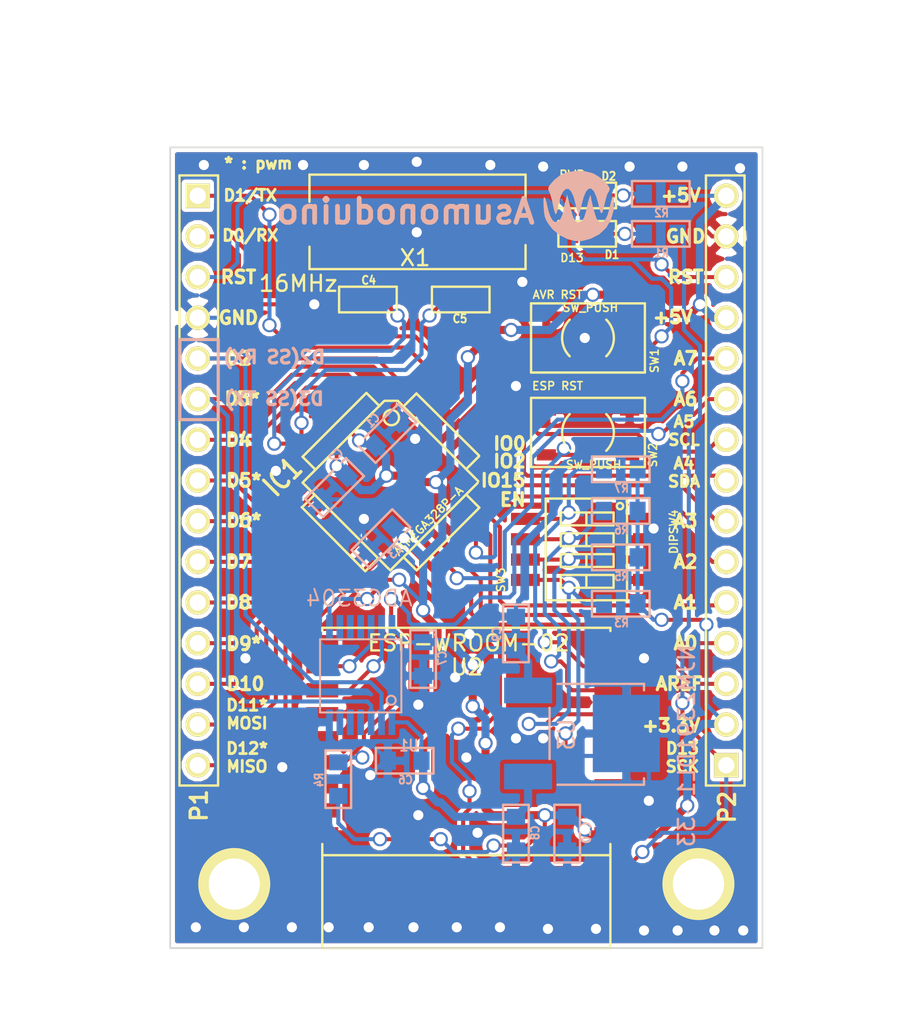
<source format=kicad_pcb>
(kicad_pcb (version 3) (host pcbnew "(2013-07-07 BZR 4022)-stable")
  (layers (15 F.Cu signal) (0 B.Cu signal) (18 B.Paste user) (19 F.Paste user) (20 B.SilkS user) (21 F.SilkS user) (22 B.Mask user) (23 F.Mask user) (28 Edge.Cuts user))
  (net 0 "")
  (net 1 +3.3V)
  (net 2 +5V)
  (net 3 /A0)
  (net 4 /A1)
  (net 5 /A2)
  (net 6 /A3)
  (net 7 /A4)
  (net 8 /A5)
  (net 9 /A6)
  (net 10 /A7)
  (net 11 /AREF)
  (net 12 /ArduinoRX33)
  (net 13 /ArduinoTX33)
  (net 14 /D0)
  (net 15 /D1)
  (net 16 /D10)
  (net 17 /D11)
  (net 18 /D12)
  (net 19 /D13)
  (net 20 /D2)
  (net 21 /D3)
  (net 22 /D4)
  (net 23 /D5)
  (net 24 /D6)
  (net 25 /D7)
  (net 26 /D8)
  (net 27 /D9)
  (net 28 /RESET)
  (net 29 GND)
  (net 30 N-000001)
  (net 31 N-000002)
  (net 32 N-0000029)
  (net 33 N-0000030)
  (net 34 N-0000031)
  (net 35 N-0000032)
  (net 36 N-0000046)
  (net 37 N-0000047)
  (net 38 N-0000048)
  (module XTAL_HC-49 (layer F.Cu) (at 59.3 34.8)
    (fp_text reference X1 (at 0 2.1) (layer F.SilkS))
    (fp_text value 16MHz (at -7.3 3.7) (layer F.SilkS))
    (pad 1 smd rect (at -5 0) (size 6 2) (layers F.Cu F.Paste F.Mask) (net 37 N-0000047))
    (pad 2 smd rect (at 5 0) (size 6 2) (layers F.Cu F.Paste F.Mask) (net 36 N-0000046))
  )
  (module TQFP32 (layer F.Cu) (at 57.8 50.9 315)
    (fp_text reference IC1 (at -5.024 4.561 405) (layer F.SilkS) (effects (font (size 1.27 1.016) (thickness 0.2032))))
    (fp_text value ATMEGA328P-A (at 3.376 0.061 405) (layer F.SilkS) (effects (font (size 0.5 0.5) (thickness 0.1))))
    (pad 8 smd rect (at -4.81584 2.77622 315) (size 1.99898 0.44958) (layers F.Cu F.Paste F.Mask) (net 37 N-0000047))
    (pad 7 smd rect (at -4.81584 1.97612 315) (size 1.99898 0.44958) (layers F.Cu F.Paste F.Mask) (net 36 N-0000046))
    (pad 6 smd rect (at -4.81584 1.17602 315) (size 1.99898 0.44958) (layers F.Cu F.Paste F.Mask) (net 2 +5V))
    (pad 5 smd rect (at -4.81584 0.37592 315) (size 1.99898 0.44958) (layers F.Cu F.Paste F.Mask) (net 29 GND))
    (pad 4 smd rect (at -4.81584 -0.42418 315) (size 1.99898 0.44958) (layers F.Cu F.Paste F.Mask) (net 2 +5V))
    (pad 3 smd rect (at -4.81584 -1.22428 315) (size 1.99898 0.44958) (layers F.Cu F.Paste F.Mask) (net 29 GND))
    (pad 2 smd rect (at -4.81584 -2.02438 315) (size 1.99898 0.44958) (layers F.Cu F.Paste F.Mask) (net 22 /D4))
    (pad 1 smd rect (at -4.81584 -2.82448 315) (size 1.99898 0.44958) (layers F.Cu F.Paste F.Mask) (net 21 /D3))
    (pad 24 smd rect (at 4.7498 -2.8194 315) (size 1.99898 0.44958) (layers F.Cu F.Paste F.Mask) (net 4 /A1))
    (pad 17 smd rect (at 4.7498 2.794 315) (size 1.99898 0.44958) (layers F.Cu F.Paste F.Mask) (net 19 /D13))
    (pad 18 smd rect (at 4.7498 1.9812 315) (size 1.99898 0.44958) (layers F.Cu F.Paste F.Mask) (net 2 +5V))
    (pad 19 smd rect (at 4.7498 1.1684 315) (size 1.99898 0.44958) (layers F.Cu F.Paste F.Mask) (net 9 /A6))
    (pad 20 smd rect (at 4.7498 0.381 315) (size 1.99898 0.44958) (layers F.Cu F.Paste F.Mask) (net 11 /AREF))
    (pad 21 smd rect (at 4.7498 -0.4318 315) (size 1.99898 0.44958) (layers F.Cu F.Paste F.Mask) (net 29 GND))
    (pad 22 smd rect (at 4.7498 -1.2192 315) (size 1.99898 0.44958) (layers F.Cu F.Paste F.Mask) (net 10 /A7))
    (pad 23 smd rect (at 4.7498 -2.032 315) (size 1.99898 0.44958) (layers F.Cu F.Paste F.Mask) (net 3 /A0))
    (pad 32 smd rect (at -2.82448 -4.826 315) (size 0.44958 1.99898) (layers F.Cu F.Paste F.Mask) (net 20 /D2))
    (pad 31 smd rect (at -2.02692 -4.826 315) (size 0.44958 1.99898) (layers F.Cu F.Paste F.Mask) (net 15 /D1))
    (pad 30 smd rect (at -1.22428 -4.826 315) (size 0.44958 1.99898) (layers F.Cu F.Paste F.Mask) (net 14 /D0))
    (pad 29 smd rect (at -0.42672 -4.826 315) (size 0.44958 1.99898) (layers F.Cu F.Paste F.Mask) (net 28 /RESET))
    (pad 28 smd rect (at 0.37592 -4.826 315) (size 0.44958 1.99898) (layers F.Cu F.Paste F.Mask) (net 8 /A5))
    (pad 27 smd rect (at 1.17348 -4.826 315) (size 0.44958 1.99898) (layers F.Cu F.Paste F.Mask) (net 7 /A4))
    (pad 26 smd rect (at 1.97612 -4.826 315) (size 0.44958 1.99898) (layers F.Cu F.Paste F.Mask) (net 6 /A3))
    (pad 25 smd rect (at 2.77368 -4.826 315) (size 0.44958 1.99898) (layers F.Cu F.Paste F.Mask) (net 5 /A2))
    (pad 9 smd rect (at -2.8194 4.7752 315) (size 0.44958 1.99898) (layers F.Cu F.Paste F.Mask) (net 23 /D5))
    (pad 10 smd rect (at -2.032 4.7752 315) (size 0.44958 1.99898) (layers F.Cu F.Paste F.Mask) (net 24 /D6))
    (pad 11 smd rect (at -1.2192 4.7752 315) (size 0.44958 1.99898) (layers F.Cu F.Paste F.Mask) (net 25 /D7))
    (pad 12 smd rect (at -0.4318 4.7752 315) (size 0.44958 1.99898) (layers F.Cu F.Paste F.Mask) (net 26 /D8))
    (pad 13 smd rect (at 0.3556 4.7752 315) (size 0.44958 1.99898) (layers F.Cu F.Paste F.Mask) (net 27 /D9))
    (pad 14 smd rect (at 1.1684 4.7752 315) (size 0.44958 1.99898) (layers F.Cu F.Paste F.Mask) (net 16 /D10))
    (pad 15 smd rect (at 1.9812 4.7752 315) (size 0.44958 1.99898) (layers F.Cu F.Paste F.Mask) (net 17 /D11))
    (pad 16 smd rect (at 2.794 4.7752 315) (size 0.44958 1.99898) (layers F.Cu F.Paste F.Mask) (net 18 /D12))
  )
  (module TO-252-3 (layer B.Cu) (at 70.4 66.6 90)
    (fp_text reference U3 (at -0.06 -1.637 90) (layer B.SilkS) (effects (justify mirror)))
    (fp_text value NJM2391DL1-33 (at -0.76 5.863 90) (layer B.SilkS) (effects (justify mirror)))
    (pad 1 smd rect (at -2.686 -4.04 90) (size 1.6 3) (layers B.Cu B.Paste B.Mask) (net 2 +5V))
    (pad 3 smd rect (at 2.686 -4.04 90) (size 1.6 3) (layers B.Cu B.Paste B.Mask) (net 1 +3.3V))
    (pad 2 smd rect (at 0 2.0955 90) (size 4.826 4.191) (layers B.Cu B.Paste B.Mask) (net 29 GND))
  )
  (module PIN_ARRAY_15x1 (layer F.Cu) (at 78.74 63.5 90)
    (fp_text reference P2 (at -7.7 0.06 90) (layer F.SilkS) (effects (font (size 1.016 1.016) (thickness 0.2032))))
    (fp_text value CONN_15 hide)
    (pad 1 thru_hole rect (at -5.08 0 90) (size 1.524 1.524) (drill 1.016) (layers *.Cu *.Mask F.SilkS) (net 19 /D13))
    (pad 2 thru_hole circle (at -2.54 0 90) (size 1.524 1.524) (drill 1.016) (layers *.Cu *.Mask F.SilkS) (net 1 +3.3V))
    (pad 3 thru_hole circle (at 0 0 90) (size 1.524 1.524) (drill 1.016) (layers *.Cu *.Mask F.SilkS) (net 11 /AREF))
    (pad 4 thru_hole circle (at 2.54 0 90) (size 1.524 1.524) (drill 1.016) (layers *.Cu *.Mask F.SilkS) (net 3 /A0))
    (pad 5 thru_hole circle (at 5.08 0 90) (size 1.524 1.524) (drill 1.016) (layers *.Cu *.Mask F.SilkS) (net 4 /A1))
    (pad 6 thru_hole circle (at 7.62 0 90) (size 1.524 1.524) (drill 1.016) (layers *.Cu *.Mask F.SilkS) (net 5 /A2))
    (pad 7 thru_hole circle (at 10.16 0 90) (size 1.524 1.524) (drill 1.016) (layers *.Cu *.Mask F.SilkS) (net 6 /A3))
    (pad 8 thru_hole circle (at 12.7 0 90) (size 1.524 1.524) (drill 1.016) (layers *.Cu *.Mask F.SilkS) (net 7 /A4))
    (pad 9 thru_hole circle (at 15.24 0 90) (size 1.524 1.524) (drill 1.016) (layers *.Cu *.Mask F.SilkS) (net 8 /A5))
    (pad 10 thru_hole circle (at 17.78 0 90) (size 1.524 1.524) (drill 1.016) (layers *.Cu *.Mask F.SilkS) (net 9 /A6))
    (pad 11 thru_hole circle (at 20.32 0 90) (size 1.524 1.524) (drill 1.016) (layers *.Cu *.Mask F.SilkS) (net 10 /A7))
    (pad 12 thru_hole circle (at 22.86 0 90) (size 1.524 1.524) (drill 1.016) (layers *.Cu *.Mask F.SilkS) (net 2 +5V))
    (pad 13 thru_hole circle (at 25.4 0 90) (size 1.524 1.524) (drill 1.016) (layers *.Cu *.Mask F.SilkS) (net 28 /RESET))
    (pad 14 thru_hole circle (at 27.94 0 90) (size 1.524 1.524) (drill 1.016) (layers *.Cu *.Mask F.SilkS) (net 29 GND))
    (pad 15 thru_hole circle (at 30.48 0 90) (size 1.524 1.524) (drill 1.016) (layers *.Cu *.Mask F.SilkS) (net 2 +5V))
  )
  (module PIN_ARRAY_15x1 (layer F.Cu) (at 45.72 38.1 270)
    (fp_text reference P1 (at 33 -0.08 270) (layer F.SilkS) (effects (font (size 1.016 1.016) (thickness 0.2032))))
    (fp_text value CONN_15 hide)
    (pad 1 thru_hole rect (at -5.08 0 270) (size 1.524 1.524) (drill 1.016) (layers *.Cu *.Mask F.SilkS) (net 15 /D1))
    (pad 2 thru_hole circle (at -2.54 0 270) (size 1.524 1.524) (drill 1.016) (layers *.Cu *.Mask F.SilkS) (net 14 /D0))
    (pad 3 thru_hole circle (at 0 0 270) (size 1.524 1.524) (drill 1.016) (layers *.Cu *.Mask F.SilkS) (net 28 /RESET))
    (pad 4 thru_hole circle (at 2.54 0 270) (size 1.524 1.524) (drill 1.016) (layers *.Cu *.Mask F.SilkS) (net 29 GND))
    (pad 5 thru_hole circle (at 5.08 0 270) (size 1.524 1.524) (drill 1.016) (layers *.Cu *.Mask F.SilkS) (net 20 /D2))
    (pad 6 thru_hole circle (at 7.62 0 270) (size 1.524 1.524) (drill 1.016) (layers *.Cu *.Mask F.SilkS) (net 21 /D3))
    (pad 7 thru_hole circle (at 10.16 0 270) (size 1.524 1.524) (drill 1.016) (layers *.Cu *.Mask F.SilkS) (net 22 /D4))
    (pad 8 thru_hole circle (at 12.7 0 270) (size 1.524 1.524) (drill 1.016) (layers *.Cu *.Mask F.SilkS) (net 23 /D5))
    (pad 9 thru_hole circle (at 15.24 0 270) (size 1.524 1.524) (drill 1.016) (layers *.Cu *.Mask F.SilkS) (net 24 /D6))
    (pad 10 thru_hole circle (at 17.78 0 270) (size 1.524 1.524) (drill 1.016) (layers *.Cu *.Mask F.SilkS) (net 25 /D7))
    (pad 11 thru_hole circle (at 20.32 0 270) (size 1.524 1.524) (drill 1.016) (layers *.Cu *.Mask F.SilkS) (net 26 /D8))
    (pad 12 thru_hole circle (at 22.86 0 270) (size 1.524 1.524) (drill 1.016) (layers *.Cu *.Mask F.SilkS) (net 27 /D9))
    (pad 13 thru_hole circle (at 25.4 0 270) (size 1.524 1.524) (drill 1.016) (layers *.Cu *.Mask F.SilkS) (net 16 /D10))
    (pad 14 thru_hole circle (at 27.94 0 270) (size 1.524 1.524) (drill 1.016) (layers *.Cu *.Mask F.SilkS) (net 17 /D11))
    (pad 15 thru_hole circle (at 30.48 0 270) (size 1.524 1.524) (drill 1.016) (layers *.Cu *.Mask F.SilkS) (net 18 /D12))
  )
  (module OTAX_DIPSW4 (layer F.Cu) (at 70 53.2 270)
    (fp_text reference SW3 (at 3.806 5.34 270) (layer F.SilkS) (effects (font (size 0.5 0.5) (thickness 0.1))))
    (fp_text value DIPSW4 (at 0.806 -5.46 270) (layer F.SilkS) (effects (font (size 0.5 0.5) (thickness 0.1))))
    (pad 2 smd rect (at 0 3.81 270) (size 0.76 1.8) (layers F.Cu F.Paste F.Mask) (net 38 N-0000048))
    (pad 4 smd rect (at 1.27 3.81 270) (size 0.76 1.8) (layers F.Cu F.Paste F.Mask) (net 33 N-0000030))
    (pad 6 smd rect (at 2.54 3.81 270) (size 0.76 1.8) (layers F.Cu F.Paste F.Mask) (net 34 N-0000031))
    (pad 8 smd rect (at 3.81 3.81 270) (size 0.76 1.8) (layers F.Cu F.Paste F.Mask) (net 35 N-0000032))
    (pad 1 smd rect (at 0 -3.81 270) (size 0.76 1.8) (layers F.Cu F.Paste F.Mask) (net 29 GND))
    (pad 3 smd rect (at 1.27 -3.81 270) (size 0.76 1.8) (layers F.Cu F.Paste F.Mask) (net 29 GND))
    (pad 5 smd rect (at 2.54 -3.81 270) (size 0.76 1.8) (layers F.Cu F.Paste F.Mask) (net 29 GND))
    (pad 7 smd rect (at 3.81 -3.81 270) (size 0.76 1.8) (layers F.Cu F.Paste F.Mask) (net 29 GND))
  )
  (module HANDSOL_0603 (layer B.Cu) (at 74.7 35.4 180)
    (fp_text reference R1 (at 0 -1.2 180) (layer B.SilkS) (effects (font (size 0.508 0.4572) (thickness 0.1143)) (justify mirror)))
    (fp_text value R hide)
    (pad 1 smd rect (at -1 0 180) (size 1 1.143) (layers B.Cu B.Paste B.Mask) (net 19 /D13))
    (pad 2 smd rect (at 1.1 0 180) (size 1 1.143) (layers B.Cu B.Paste B.Mask) (net 31 N-000002))
  )
  (module HANDSOL_0603 (layer B.Cu) (at 72.2 52.7 180)
    (fp_text reference R6 (at 0 -1.2 180) (layer B.SilkS) (effects (font (size 0.508 0.4572) (thickness 0.1143)) (justify mirror)))
    (fp_text value R hide)
    (pad 1 smd rect (at -1 0 180) (size 1 1.143) (layers B.Cu B.Paste B.Mask) (net 1 +3.3V))
    (pad 2 smd rect (at 1.1 0 180) (size 1 1.143) (layers B.Cu B.Paste B.Mask) (net 33 N-0000030))
  )
  (module HANDSOL_0603 (layer F.Cu) (at 70.1 35.4 180)
    (fp_text reference D1 (at -1.5 -1.3 180) (layer F.SilkS) (effects (font (size 0.508 0.4572) (thickness 0.1143))))
    (fp_text value LED hide)
    (pad 1 smd rect (at -1 0 180) (size 1 1.143) (layers F.Cu F.Paste F.Mask) (net 31 N-000002))
    (pad 2 smd rect (at 1.1 0 180) (size 1 1.143) (layers F.Cu F.Paste F.Mask) (net 29 GND))
  )
  (module HANDSOL_0603 (layer F.Cu) (at 56.4 39.5 180)
    (fp_text reference C4 (at 0 1.2 180) (layer F.SilkS) (effects (font (size 0.508 0.4572) (thickness 0.1143))))
    (fp_text value 22pF hide)
    (pad 1 smd rect (at -1 0 180) (size 1 1.143) (layers F.Cu F.Paste F.Mask) (net 37 N-0000047))
    (pad 2 smd rect (at 1.1 0 180) (size 1 1.143) (layers F.Cu F.Paste F.Mask) (net 29 GND))
  )
  (module HANDSOL_0603 (layer F.Cu) (at 62.1 39.5)
    (fp_text reference C5 (at 0 1.2) (layer F.SilkS) (effects (font (size 0.508 0.4572) (thickness 0.1143))))
    (fp_text value 22pF hide)
    (pad 1 smd rect (at -1 0) (size 1 1.143) (layers F.Cu F.Paste F.Mask) (net 36 N-0000046))
    (pad 2 smd rect (at 1.1 0) (size 1 1.143) (layers F.Cu F.Paste F.Mask) (net 29 GND))
  )
  (module HANDSOL_0603 (layer B.Cu) (at 74.7 32.9 180)
    (fp_text reference R2 (at 0 -1.2 180) (layer B.SilkS) (effects (font (size 0.508 0.4572) (thickness 0.1143)) (justify mirror)))
    (fp_text value R hide)
    (pad 1 smd rect (at -1 0 180) (size 1 1.143) (layers B.Cu B.Paste B.Mask) (net 2 +5V))
    (pad 2 smd rect (at 1.1 0 180) (size 1 1.143) (layers B.Cu B.Paste B.Mask) (net 32 N-0000029))
  )
  (module HANDSOL_0603 (layer F.Cu) (at 70.1 33 180)
    (fp_text reference D2 (at -1.3 1.2 180) (layer F.SilkS) (effects (font (size 0.508 0.4572) (thickness 0.1143))))
    (fp_text value LED hide)
    (pad 1 smd rect (at -1 0 180) (size 1 1.143) (layers F.Cu F.Paste F.Mask) (net 32 N-0000029))
    (pad 2 smd rect (at 1.1 0 180) (size 1 1.143) (layers F.Cu F.Paste F.Mask) (net 29 GND))
  )
  (module HANDSOL_0603 (layer B.Cu) (at 58.7 68.3 180)
    (fp_text reference C6 (at 0 -1.2 180) (layer B.SilkS) (effects (font (size 0.508 0.4572) (thickness 0.1143)) (justify mirror)))
    (fp_text value C hide)
    (pad 1 smd rect (at -1 0 180) (size 1 1.143) (layers B.Cu B.Paste B.Mask) (net 2 +5V))
    (pad 2 smd rect (at 1.1 0 180) (size 1 1.143) (layers B.Cu B.Paste B.Mask) (net 29 GND))
  )
  (module HANDSOL_0603 (layer B.Cu) (at 59.8 61.9 270)
    (fp_text reference C7 (at 0 -1.2 270) (layer B.SilkS) (effects (font (size 0.508 0.4572) (thickness 0.1143)) (justify mirror)))
    (fp_text value C hide)
    (pad 1 smd rect (at -1 0 270) (size 1 1.143) (layers B.Cu B.Paste B.Mask) (net 1 +3.3V))
    (pad 2 smd rect (at 1.1 0 270) (size 1 1.143) (layers B.Cu B.Paste B.Mask) (net 29 GND))
  )
  (module HANDSOL_0603 (layer B.Cu) (at 68.8 72.8 270)
    (fp_text reference C10 (at 0 -1.2 270) (layer B.SilkS) (effects (font (size 0.508 0.4572) (thickness 0.1143)) (justify mirror)))
    (fp_text value C hide)
    (pad 1 smd rect (at -1 0 270) (size 1 1.143) (layers B.Cu B.Paste B.Mask) (net 1 +3.3V))
    (pad 2 smd rect (at 1.1 0 270) (size 1 1.143) (layers B.Cu B.Paste B.Mask) (net 29 GND))
  )
  (module HANDSOL_0603 (layer B.Cu) (at 72.2 50.1 180)
    (fp_text reference R7 (at 0 -1.2 180) (layer B.SilkS) (effects (font (size 0.508 0.4572) (thickness 0.1143)) (justify mirror)))
    (fp_text value R hide)
    (pad 1 smd rect (at -1 0 180) (size 1 1.143) (layers B.Cu B.Paste B.Mask) (net 1 +3.3V))
    (pad 2 smd rect (at 1.1 0 180) (size 1 1.143) (layers B.Cu B.Paste B.Mask) (net 38 N-0000048))
  )
  (module HANDSOL_0603 (layer B.Cu) (at 72.2 55.6 180)
    (fp_text reference R5 (at 0 -1.2 180) (layer B.SilkS) (effects (font (size 0.508 0.4572) (thickness 0.1143)) (justify mirror)))
    (fp_text value R hide)
    (pad 1 smd rect (at -1 0 180) (size 1 1.143) (layers B.Cu B.Paste B.Mask) (net 1 +3.3V))
    (pad 2 smd rect (at 1.1 0 180) (size 1 1.143) (layers B.Cu B.Paste B.Mask) (net 34 N-0000031))
  )
  (module HANDSOL_0603 (layer B.Cu) (at 72.2 58.5 180)
    (fp_text reference R3 (at 0 -1.2 180) (layer B.SilkS) (effects (font (size 0.508 0.4572) (thickness 0.1143)) (justify mirror)))
    (fp_text value R hide)
    (pad 1 smd rect (at -1 0 180) (size 1 1.143) (layers B.Cu B.Paste B.Mask) (net 1 +3.3V))
    (pad 2 smd rect (at 1.1 0 180) (size 1 1.143) (layers B.Cu B.Paste B.Mask) (net 35 N-0000032))
  )
  (module HANDSOL_0603 (layer B.Cu) (at 54.5 69.5 90)
    (fp_text reference R4 (at 0 -1.2 90) (layer B.SilkS) (effects (font (size 0.508 0.4572) (thickness 0.1143)) (justify mirror)))
    (fp_text value R hide)
    (pad 1 smd rect (at -1 0 90) (size 1 1.143) (layers B.Cu B.Paste B.Mask) (net 1 +3.3V))
    (pad 2 smd rect (at 1.1 0 90) (size 1 1.143) (layers B.Cu B.Paste B.Mask) (net 30 N-000001))
  )
  (module HANDSOL_0603 (layer B.Cu) (at 57.2 54.4 225)
    (fp_text reference C3 (at 0 -1.2 225) (layer B.SilkS) (effects (font (size 0.508 0.4572) (thickness 0.1143)) (justify mirror)))
    (fp_text value C hide)
    (pad 1 smd rect (at -1 0 225) (size 1 1.143) (layers B.Cu B.Paste B.Mask) (net 2 +5V))
    (pad 2 smd rect (at 1.1 0 225) (size 1 1.143) (layers B.Cu B.Paste B.Mask) (net 29 GND))
  )
  (module HANDSOL_0603 (layer B.Cu) (at 57.5 47.9 45)
    (fp_text reference C1 (at 0 -1.2 45) (layer B.SilkS) (effects (font (size 0.508 0.4572) (thickness 0.1143)) (justify mirror)))
    (fp_text value C hide)
    (pad 1 smd rect (at -1 0 45) (size 1 1.143) (layers B.Cu B.Paste B.Mask) (net 2 +5V))
    (pad 2 smd rect (at 1.1 0 45) (size 1 1.143) (layers B.Cu B.Paste B.Mask) (net 29 GND))
  )
  (module HANDSOL_0603 (layer B.Cu) (at 54.3 51.2 225)
    (fp_text reference C2 (at -1.427 1.337 225) (layer B.SilkS) (effects (font (size 0.508 0.4572) (thickness 0.1143)) (justify mirror)))
    (fp_text value C hide)
    (pad 1 smd rect (at -1 0 225) (size 1 1.143) (layers B.Cu B.Paste B.Mask) (net 2 +5V))
    (pad 2 smd rect (at 1.1 0 225) (size 1 1.143) (layers B.Cu B.Paste B.Mask) (net 29 GND))
  )
  (module HANDSOL_0603 (layer B.Cu) (at 65.6 60.4 90)
    (fp_text reference C9 (at 0 -1.2 90) (layer B.SilkS) (effects (font (size 0.508 0.4572) (thickness 0.1143)) (justify mirror)))
    (fp_text value 10uF hide)
    (pad 1 smd rect (at -1 0 90) (size 1 1.143) (layers B.Cu B.Paste B.Mask) (net 1 +3.3V))
    (pad 2 smd rect (at 1.1 0 90) (size 1 1.143) (layers B.Cu B.Paste B.Mask) (net 29 GND))
  )
  (module HANDSOL_0603 (layer B.Cu) (at 65.6 72.8 270)
    (fp_text reference C8 (at 0 -1.2 270) (layer B.SilkS) (effects (font (size 0.508 0.4572) (thickness 0.1143)) (justify mirror)))
    (fp_text value 0.1uF hide)
    (pad 1 smd rect (at -1 0 270) (size 1 1.143) (layers B.Cu B.Paste B.Mask) (net 2 +5V))
    (pad 2 smd rect (at 1.1 0 270) (size 1 1.143) (layers B.Cu B.Paste B.Mask) (net 29 GND))
  )
  (module ESP_WROOM_02 (layer F.Cu) (at 62.7 68 180)
    (fp_text reference U2 (at 0.16 5.545 180) (layer F.SilkS))
    (fp_text value ESP-WROOM-02 (at 0.06 7.045 180) (layer F.SilkS))
    (pad 10 smd rect (at 9.2 7.1 180) (size 2 0.9) (layers F.Cu F.Paste F.Mask))
    (pad 11 smd rect (at 9.2 5.6 180) (size 2 0.9) (layers F.Cu F.Paste F.Mask) (net 13 /ArduinoTX33))
    (pad 12 smd rect (at 9.2 4.1 180) (size 2 0.9) (layers F.Cu F.Paste F.Mask) (net 12 /ArduinoRX33))
    (pad 13 smd rect (at 9.2 2.6 180) (size 2 0.9) (layers F.Cu F.Paste F.Mask) (net 29 GND))
    (pad 14 smd rect (at 9.2 1.1 180) (size 2 0.9) (layers F.Cu F.Paste F.Mask))
    (pad 15 smd rect (at 9.2 -0.4 180) (size 2 0.9) (layers F.Cu F.Paste F.Mask) (net 30 N-000001))
    (pad 16 smd rect (at 9.2 -1.9 180) (size 2 0.9) (layers F.Cu F.Paste F.Mask))
    (pad 17 smd rect (at 9.2 -3.4 180) (size 2 0.9) (layers F.Cu F.Paste F.Mask))
    (pad 18 smd rect (at 9.2 -4.9 180) (size 2 0.9) (layers F.Cu F.Paste F.Mask) (net 29 GND))
    (pad 1 smd rect (at -8.8 -4.9 180) (size 2 0.9) (layers F.Cu F.Paste F.Mask) (net 1 +3.3V))
    (pad 2 smd rect (at -8.8 -3.4 180) (size 2 0.9) (layers F.Cu F.Paste F.Mask) (net 35 N-0000032))
    (pad 3 smd rect (at -8.8 -1.9 180) (size 2 0.9) (layers F.Cu F.Paste F.Mask))
    (pad 4 smd rect (at -8.8 -0.4 180) (size 2 0.9) (layers F.Cu F.Paste F.Mask))
    (pad 5 smd rect (at -8.8 1.1 180) (size 2 0.9) (layers F.Cu F.Paste F.Mask))
    (pad 6 smd rect (at -8.8 2.6 180) (size 2 0.9) (layers F.Cu F.Paste F.Mask) (net 34 N-0000031))
    (pad 7 smd rect (at -8.8 4.1 180) (size 2 0.9) (layers F.Cu F.Paste F.Mask) (net 33 N-0000030))
    (pad 8 smd rect (at -8.8 5.6 180) (size 2 0.9) (layers F.Cu F.Paste F.Mask) (net 38 N-0000048))
    (pad 9 smd rect (at -8.8 7.1 180) (size 2 0.9) (layers F.Cu F.Paste F.Mask) (net 29 GND))
  )
  (module ALPS_SW_SKRPACE010 (layer F.Cu) (at 70.1 41.9)
    (fp_text reference SW1 (at 4.155 1.419 90) (layer F.SilkS) (effects (font (size 0.5 0.5) (thickness 0.1))))
    (fp_text value SW_PUSH (at 0.355 7.919) (layer F.SilkS) (effects (font (size 0.5 0.5) (thickness 0.1))))
    (pad 1 smd rect (at -2.6 -1.4) (size 1.2 0.7) (layers F.Cu F.Paste F.Mask) (net 29 GND))
    (pad 1 smd rect (at 2.6 -1.4) (size 1.2 0.7) (layers F.Cu F.Paste F.Mask) (net 29 GND))
    (pad 2 smd rect (at -2.6 1.4) (size 1.2 0.7) (layers F.Cu F.Paste F.Mask) (net 28 /RESET))
    (pad 2 smd rect (at 2.6 1.4) (size 1.2 0.7) (layers F.Cu F.Paste F.Mask) (net 28 /RESET))
  )
  (module ALPS_SW_SKRPACE010 (layer F.Cu) (at 70.1 47.8 180)
    (fp_text reference SW2 (at -4.055 -1.412 270) (layer F.SilkS) (effects (font (size 0.5 0.5) (thickness 0.1))))
    (fp_text value SW_PUSH (at -0.155 7.788 180) (layer F.SilkS) (effects (font (size 0.5 0.5) (thickness 0.1))))
    (pad 1 smd rect (at -2.6 -1.4 180) (size 1.2 0.7) (layers F.Cu F.Paste F.Mask) (net 30 N-000001))
    (pad 1 smd rect (at 2.6 -1.4 180) (size 1.2 0.7) (layers F.Cu F.Paste F.Mask) (net 30 N-000001))
    (pad 2 smd rect (at -2.6 1.4 180) (size 1.2 0.7) (layers F.Cu F.Paste F.Mask) (net 29 GND))
    (pad 2 smd rect (at 2.6 1.4 180) (size 1.2 0.7) (layers F.Cu F.Paste F.Mask) (net 29 GND))
  )
  (module M3_Drill (layer F.Cu) (at 77 76)
    (fp_text reference P3 hide)
    (fp_text value CONN_1 hide)
    (pad 1 thru_hole circle (at 0 0) (size 4.5 4.5) (drill 3.2) (layers *.Cu *.Mask F.SilkS) (net 29 GND))
  )
  (module M3_Drill (layer F.Cu) (at 48 76)
    (fp_text reference P4 hide)
    (fp_text value CONN_1 hide)
    (pad 1 thru_hole circle (at 0 0) (size 4.5 4.5) (drill 3.2) (layers *.Cu *.Mask F.SilkS) (net 29 GND))
  )
  (module "AD_TSSOP-14(0.65)" (layer B.Cu) (at 55.9 63 180)
    (fp_text reference U1 (at -3.014 -4.357 180) (layer B.SilkS) (effects (font (size 0.70104 0.59944) (thickness 0.11938)) (justify mirror)))
    (fp_text value ADG3304 (at 0.086 4.843 180) (layer B.SilkS) (effects (font (size 1.00076 1.00076) (thickness 0.11938)) (justify mirror)))
    (pad 4 smd rect (at 0 -2.89908 180) (size 0.4191 1.6) (layers B.Cu B.Paste B.Mask))
    (pad 5 smd rect (at 0.65024 -2.89908 180) (size 0.4191 1.6) (layers B.Cu B.Paste B.Mask))
    (pad 6 smd rect (at 1.30048 -2.89908 180) (size 0.4191 1.6) (layers B.Cu B.Paste B.Mask))
    (pad 7 smd rect (at 1.95072 -2.89908 180) (size 0.4191 1.6) (layers B.Cu B.Paste B.Mask) (net 29 GND))
    (pad 8 smd rect (at 1.95072 2.99908 180) (size 0.4191 1.6) (layers B.Cu B.Paste B.Mask) (net 2 +5V))
    (pad 1 smd rect (at -1.95072 -2.89908 180) (size 0.4191 1.6) (layers B.Cu B.Paste B.Mask) (net 2 +5V))
    (pad 2 smd rect (at -1.30048 -2.89908 180) (size 0.4191 1.6) (layers B.Cu B.Paste B.Mask) (net 20 /D2))
    (pad 3 smd rect (at -0.65024 -2.89908 180) (size 0.4191 1.6) (layers B.Cu B.Paste B.Mask) (net 21 /D3))
    (pad 9 smd rect (at 1.30048 2.99908 180) (size 0.4191 1.6) (layers B.Cu B.Paste B.Mask))
    (pad 10 smd rect (at 0.65024 2.99908 180) (size 0.4191 1.6) (layers B.Cu B.Paste B.Mask))
    (pad 11 smd rect (at 0 2.99908 180) (size 0.4191 1.6) (layers B.Cu B.Paste B.Mask))
    (pad 12 smd rect (at -0.65024 2.99908 180) (size 0.4191 1.6) (layers B.Cu B.Paste B.Mask) (net 13 /ArduinoTX33))
    (pad 13 smd rect (at -1.30048 2.99908 180) (size 0.4191 1.6) (layers B.Cu B.Paste B.Mask) (net 12 /ArduinoRX33))
    (pad 14 smd rect (at -1.95072 2.99908 180) (size 0.4191 1.6) (layers B.Cu B.Paste B.Mask) (net 1 +3.3V))
  )
  (module LOGO (layer B.Cu) (at 69.6 33.5)
    (fp_text reference G*** hide)
    (fp_text value LOGO hide)
  )
  (gr_text "A4\nSDA" (at 76.1 50.3) (layer F.SilkS) (effects (font (size 0.7 0.7) (thickness 0.175))))
  (gr_text "A5\nSCL" (at 76.1 47.7) (layer F.SilkS) (effects (font (size 0.7 0.7) (thickness 0.175))))
  (gr_line (start 44.6 47) (end 44.6 42) (angle 90) (layer B.SilkS) (width 0.2))
  (gr_line (start 47 47) (end 44.6 47) (angle 90) (layer B.SilkS) (width 0.2))
  (gr_line (start 47 42) (end 47 47) (angle 90) (layer B.SilkS) (width 0.2))
  (gr_line (start 44.6 42) (end 47 42) (angle 90) (layer B.SilkS) (width 0.2))
  (gr_text "D3(SS TX)" (at 50.5 45.7) (layer B.SilkS) (effects (font (size 0.8 0.8) (thickness 0.2)) (justify mirror)))
  (gr_text "D2(SS RX)" (at 50.5 43.1) (layer B.SilkS) (effects (font (size 0.8 0.8) (thickness 0.2)) (justify mirror)))
  (gr_text "D13\nSCK" (at 76 68.1) (layer F.SilkS) (effects (font (size 0.7 0.7) (thickness 0.175))))
  (gr_text "* : pwm" (at 49.5 31) (layer F.SilkS) (effects (font (size 0.7 0.7) (thickness 0.175))))
  (gr_text "AVR RST" (at 68.2 39.2) (layer F.SilkS) (effects (font (size 0.5 0.5) (thickness 0.1))))
  (gr_text "ESP RST" (at 68.2 44.9) (layer F.SilkS) (effects (font (size 0.5 0.5) (thickness 0.1))))
  (gr_text EN (at 65.4 52) (layer F.SilkS) (effects (font (size 0.8 0.8) (thickness 0.2))))
  (gr_text IO15 (at 64.8 50.8) (layer F.SilkS) (effects (font (size 0.8 0.8) (thickness 0.2))))
  (gr_text IO2 (at 65.2 49.6) (layer F.SilkS) (effects (font (size 0.8 0.8) (thickness 0.2))))
  (gr_text IO0 (at 65.2 48.5) (layer F.SilkS) (effects (font (size 0.8 0.8) (thickness 0.2))))
  (gr_text +5V (at 75.9 33) (layer F.SilkS) (effects (font (size 0.8 0.8) (thickness 0.2))))
  (gr_text GND (at 76.2 35.56) (layer F.SilkS) (effects (font (size 0.8 0.8) (thickness 0.2))))
  (gr_text RST (at 76.2 38.1) (layer F.SilkS) (effects (font (size 0.8 0.8) (thickness 0.2))))
  (gr_text +5V (at 75.4 40.6) (layer F.SilkS) (effects (font (size 0.8 0.8) (thickness 0.2))))
  (gr_text A7 (at 76.2 43.18) (layer F.SilkS) (effects (font (size 0.8 0.8) (thickness 0.2))))
  (gr_text A6 (at 76.2 45.72) (layer F.SilkS) (effects (font (size 0.8 0.8) (thickness 0.2))))
  (gr_text A3 (at 76.2 53.34) (layer F.SilkS) (effects (font (size 0.8 0.8) (thickness 0.2))))
  (gr_text A2 (at 76.2 55.88) (layer F.SilkS) (effects (font (size 0.8 0.8) (thickness 0.2))))
  (gr_text A1 (at 76.2 58.42) (layer F.SilkS) (effects (font (size 0.8 0.8) (thickness 0.2))))
  (gr_text A0 (at 76.2 60.96) (layer F.SilkS) (effects (font (size 0.8 0.8) (thickness 0.2))))
  (gr_text AREF (at 75.8 63.5) (layer F.SilkS) (effects (font (size 0.8 0.8) (thickness 0.2))))
  (gr_text +3.3V (at 75.3 66.1) (layer F.SilkS) (effects (font (size 0.8 0.8) (thickness 0.2))))
  (gr_text "D12*\nMISO" (at 48.8 68.1) (layer F.SilkS) (effects (font (size 0.7 0.7) (thickness 0.175))))
  (gr_text "D11*\nMOSI" (at 48.8 65.4) (layer F.SilkS) (effects (font (size 0.7 0.7) (thickness 0.175))))
  (gr_text D10 (at 48.7 63.5) (layer F.SilkS) (effects (font (size 0.8 0.8) (thickness 0.2))))
  (gr_text D9* (at 48.6 61) (layer F.SilkS) (effects (font (size 0.8 0.8) (thickness 0.2))))
  (gr_text D8 (at 48.26 58.42) (layer F.SilkS) (effects (font (size 0.8 0.8) (thickness 0.2))))
  (gr_text D7 (at 48.26 55.88) (layer F.SilkS) (effects (font (size 0.8 0.8) (thickness 0.2))))
  (gr_text D6* (at 48.6 53.3) (layer F.SilkS) (effects (font (size 0.8 0.8) (thickness 0.2))))
  (gr_text D5* (at 48.6 50.8) (layer F.SilkS) (effects (font (size 0.8 0.8) (thickness 0.2))))
  (gr_text D4 (at 48.26 48.26) (layer F.SilkS) (effects (font (size 0.8 0.8) (thickness 0.2))))
  (gr_text "D3*\n" (at 48.5 45.7) (layer F.SilkS) (effects (font (size 0.8 0.8) (thickness 0.2))))
  (gr_text D2 (at 48.26 43.18) (layer F.SilkS) (effects (font (size 0.8 0.8) (thickness 0.2))))
  (gr_text GND (at 48.26 40.64) (layer F.SilkS) (effects (font (size 0.8 0.8) (thickness 0.2))))
  (gr_text RST (at 48.26 38.1) (layer F.SilkS) (effects (font (size 0.8 0.8) (thickness 0.2))))
  (gr_text D0/RX (at 49 35.5) (layer F.SilkS) (effects (font (size 0.7 0.7) (thickness 0.175))))
  (gr_text D1/TX (at 49 33) (layer F.SilkS) (effects (font (size 0.7 0.7) (thickness 0.175))))
  (gr_text D13 (at 69.1 36.9) (layer F.SilkS) (effects (font (size 0.5 0.5) (thickness 0.1))))
  (gr_text PWR (at 69.1 31.7) (layer F.SilkS) (effects (font (size 0.5 0.5) (thickness 0.1))))
  (gr_text Asumonoduino (at 58.7 34) (layer B.SilkS) (effects (font (size 1.5 1.5) (thickness 0.3)) (justify mirror)))
  (gr_line (start 44 80) (end 46 80) (angle 90) (layer Edge.Cuts) (width 0.1))
  (gr_line (start 44 30) (end 44 80) (angle 90) (layer Edge.Cuts) (width 0.1))
  (gr_line (start 46 30) (end 44 30) (angle 90) (layer Edge.Cuts) (width 0.1))
  (gr_line (start 81 30) (end 76 30) (angle 90) (layer Edge.Cuts) (width 0.1))
  (gr_line (start 81 80) (end 81 30) (angle 90) (layer Edge.Cuts) (width 0.1))
  (gr_line (start 76 80) (end 81 80) (angle 90) (layer Edge.Cuts) (width 0.1))
  (gr_line (start 76 80) (end 46 80) (angle 90) (layer Edge.Cuts) (width 0.1))
  (gr_line (start 46 30) (end 76 30) (angle 90) (layer Edge.Cuts) (width 0.1))
  (segment (start 64.2 73.6) (end 63.8 74) (width 0.254) (layer B.Cu) (net 1))
  (via (at 60.9 73.2) (size 0.889) (layers F.Cu B.Cu) (net 1))
  (segment (start 60.9 73.2) (end 57.1 73.2) (width 0.254) (layer F.Cu) (net 1))
  (segment (start 67 72.9) (end 66.3 73.6) (width 0.254) (layer F.Cu) (net 1))
  (segment (start 67.4 71.7) (end 67.4 72.5) (width 0.254) (layer F.Cu) (net 1))
  (segment (start 67.4 72.5) (end 67 72.9) (width 0.254) (layer F.Cu) (net 1))
  (via (at 64.2 73.6) (size 0.889) (layers F.Cu B.Cu) (net 1))
  (segment (start 66.3 73.6) (end 64.2 73.6) (width 0.254) (layer F.Cu) (net 1))
  (segment (start 54.5 72.2) (end 54.5 70.5) (width 0.254) (layer B.Cu) (net 1))
  (segment (start 55.5 73.2) (end 54.5 72.2) (width 0.254) (layer B.Cu) (net 1))
  (segment (start 57.1 73.2) (end 55.5 73.2) (width 0.254) (layer B.Cu) (net 1))
  (via (at 57.1 73.2) (size 0.889) (layers F.Cu B.Cu) (net 1))
  (segment (start 61.3 73.6) (end 60.9 73.2) (width 0.254) (layer B.Cu) (net 1))
  (segment (start 61.7 74) (end 61.3 73.6) (width 0.254) (layer B.Cu) (net 1))
  (segment (start 63.8 74) (end 61.7 74) (width 0.254) (layer B.Cu) (net 1))
  (via (at 77.5 59.8) (size 0.889) (layers F.Cu B.Cu) (net 1))
  (segment (start 74.7 59.5) (end 76.5 59.5) (width 0.254) (layer F.Cu) (net 1))
  (segment (start 77.5 59.8) (end 77.5 64.8) (width 0.254) (layer B.Cu) (net 1))
  (segment (start 78.74 66.04) (end 77.5 64.8) (width 0.254) (layer B.Cu) (net 1))
  (segment (start 74.2 59.5) (end 73.2 58.5) (width 0.254) (layer B.Cu) (net 1))
  (segment (start 74.2 59.5) (end 74.7 59.5) (width 0.254) (layer B.Cu) (net 1))
  (via (at 74.7 59.5) (size 0.889) (layers F.Cu B.Cu) (net 1))
  (segment (start 77.2 59.5) (end 76.5 59.5) (width 0.254) (layer F.Cu) (net 1))
  (segment (start 77.5 59.8) (end 77.2 59.5) (width 0.254) (layer F.Cu) (net 1))
  (segment (start 73.2 55.6) (end 73.2 58.5) (width 0.254) (layer B.Cu) (net 1))
  (segment (start 73.2 52.7) (end 73.2 55.6) (width 0.254) (layer B.Cu) (net 1))
  (segment (start 73.2 50.1) (end 73.2 52.7) (width 0.254) (layer B.Cu) (net 1))
  (segment (start 59.8 60.9) (end 58.7498 60.9) (width 0.254) (layer B.Cu) (net 1))
  (segment (start 58.7498 60.9) (end 57.85072 60.00092) (width 0.254) (layer B.Cu) (net 1))
  (segment (start 62.9 62.3) (end 61.5 60.9) (width 0.508) (layer B.Cu) (net 1))
  (segment (start 61.5 60.9) (end 59.8 60.9) (width 0.508) (layer B.Cu) (net 1))
  (segment (start 71.5 72.9) (end 74.5 72.9) (width 0.508) (layer F.Cu) (net 1))
  (segment (start 74.5 72.9) (end 76.3 71.1) (width 0.508) (layer F.Cu) (net 1))
  (via (at 76.3 71.1) (size 0.889) (layers F.Cu B.Cu) (net 1))
  (segment (start 76.3 71.1) (end 76.3 67) (width 0.508) (layer B.Cu) (net 1))
  (segment (start 76.3 67) (end 77.3 66) (width 0.508) (layer B.Cu) (net 1))
  (segment (start 77.3 66) (end 78.7 66) (width 0.508) (layer B.Cu) (net 1))
  (segment (start 78.7 66) (end 78.74 66.04) (width 0.508) (layer B.Cu) (net 1))
  (segment (start 68.8 71.8) (end 69.1 71.8) (width 0.508) (layer B.Cu) (net 1))
  (segment (start 70.2 72.9) (end 71.5 72.9) (width 0.508) (layer F.Cu) (net 1))
  (segment (start 69.9 72.6) (end 70.2 72.9) (width 0.508) (layer F.Cu) (net 1))
  (via (at 69.9 72.6) (size 0.889) (layers F.Cu B.Cu) (net 1))
  (segment (start 69.1 71.8) (end 69.9 72.6) (width 0.508) (layer B.Cu) (net 1))
  (segment (start 67.4 71.7) (end 68.7 71.7) (width 0.508) (layer B.Cu) (net 1))
  (segment (start 63.8 61.4) (end 62.9 62.3) (width 0.508) (layer B.Cu) (net 1))
  (via (at 62.9 62.3) (size 0.889) (layers F.Cu B.Cu) (net 1))
  (segment (start 62.9 62.3) (end 62.9 64.9) (width 0.508) (layer F.Cu) (net 1))
  (via (at 62.9 64.9) (size 0.889) (layers F.Cu B.Cu) (net 1))
  (segment (start 62.9 64.9) (end 63.7 65.7) (width 0.508) (layer B.Cu) (net 1))
  (segment (start 63.7 65.7) (end 63.7 67.2) (width 0.508) (layer B.Cu) (net 1))
  (via (at 63.7 67.2) (size 0.889) (layers F.Cu B.Cu) (net 1))
  (segment (start 63.7 67.2) (end 63.7 71.3) (width 0.508) (layer F.Cu) (net 1))
  (segment (start 63.7 71.3) (end 64.1 71.7) (width 0.508) (layer F.Cu) (net 1))
  (segment (start 64.1 71.7) (end 67.4 71.7) (width 0.508) (layer F.Cu) (net 1))
  (via (at 67.4 71.7) (size 0.889) (layers F.Cu B.Cu) (net 1))
  (segment (start 65.6 61.4) (end 63.8 61.4) (width 0.508) (layer B.Cu) (net 1))
  (segment (start 68.7 71.7) (end 68.8 71.8) (width 0.508) (layer B.Cu) (net 1))
  (segment (start 66.36 63.914) (end 66.36 62.16) (width 0.508) (layer B.Cu) (net 1))
  (segment (start 66.36 62.16) (end 65.6 61.4) (width 0.508) (layer B.Cu) (net 1))
  (segment (start 59.8 70) (end 60.7 70.9) (width 0.508) (layer B.Cu) (net 2))
  (segment (start 61.8 71.8) (end 60.9 70.9) (width 0.508) (layer B.Cu) (net 2))
  (segment (start 61.8 71.8) (end 65.6 71.8) (width 0.508) (layer B.Cu) (net 2))
  (segment (start 60.7 70.9) (end 60.9 70.9) (width 0.508) (layer B.Cu) (net 2))
  (segment (start 60.7 66.5) (end 59.8 67.4) (width 0.508) (layer F.Cu) (net 2))
  (segment (start 59.8 68.4) (end 59.7 68.3) (width 0.508) (layer B.Cu) (net 2))
  (segment (start 59.8 70) (end 59.8 68.4) (width 0.508) (layer B.Cu) (net 2))
  (via (at 59.8 70) (size 0.889) (layers F.Cu B.Cu) (net 2))
  (segment (start 59.8 67.4) (end 59.8 70) (width 0.508) (layer F.Cu) (net 2))
  (segment (start 53.94928 60.00092) (end 53.94928 58.65072) (width 0.254) (layer B.Cu) (net 2))
  (segment (start 59.8 58.5) (end 59.8 58.9) (width 0.254) (layer B.Cu) (net 2))
  (segment (start 58.3 57) (end 59.8 58.5) (width 0.254) (layer B.Cu) (net 2))
  (via (at 58.3 57) (size 0.889) (layers F.Cu B.Cu) (net 2))
  (segment (start 57.5 57) (end 58.3 57) (width 0.254) (layer F.Cu) (net 2))
  (segment (start 56.3 58.2) (end 57.5 57) (width 0.254) (layer F.Cu) (net 2))
  (via (at 56.3 58.2) (size 0.889) (layers F.Cu B.Cu) (net 2))
  (segment (start 54.4 58.2) (end 56.3 58.2) (width 0.254) (layer B.Cu) (net 2))
  (segment (start 53.94928 58.65072) (end 54.4 58.2) (width 0.254) (layer B.Cu) (net 2))
  (segment (start 59.757696 55.659536) (end 59.757696 55.557696) (width 0.254) (layer F.Cu) (net 2))
  (segment (start 57.907107 53.707107) (end 57.907107 53.692893) (width 0.254) (layer B.Cu) (net 2))
  (segment (start 58.6 54.4) (end 57.907107 53.707107) (width 0.254) (layer B.Cu) (net 2))
  (via (at 58.6 54.4) (size 0.889) (layers F.Cu B.Cu) (net 2))
  (segment (start 59.757696 55.557696) (end 58.6 54.4) (width 0.254) (layer F.Cu) (net 2))
  (segment (start 60.7 60) (end 59.8 59.1) (width 0.508) (layer F.Cu) (net 2))
  (segment (start 60.7 66.5) (end 60.7 60) (width 0.508) (layer F.Cu) (net 2))
  (via (at 59.8 58.9) (size 0.889) (layers F.Cu B.Cu) (net 2))
  (segment (start 59.8 59.1) (end 59.8 58.9) (width 0.508) (layer F.Cu) (net 2))
  (segment (start 60.6 50.9) (end 58.7 50.9) (width 0.508) (layer F.Cu) (net 2))
  (via (at 60.6 50.9) (size 0.889) (layers F.Cu B.Cu) (net 2))
  (segment (start 57.485786 50.5) (end 57.485786 50.514214) (width 0.508) (layer B.Cu) (net 2))
  (segment (start 57.5 50.5) (end 57.485786 50.5) (width 0.508) (layer B.Cu) (net 2))
  (via (at 57.5 50.5) (size 0.889) (layers F.Cu B.Cu) (net 2))
  (segment (start 58.3 50.5) (end 57.5 50.5) (width 0.508) (layer F.Cu) (net 2))
  (segment (start 58.7 50.9) (end 58.3 50.5) (width 0.508) (layer F.Cu) (net 2))
  (segment (start 69.8 39.3) (end 67.7 41.4) (width 0.508) (layer B.Cu) (net 2))
  (segment (start 73.7 39.2) (end 70.4 39.2) (width 0.508) (layer F.Cu) (net 2))
  (via (at 70.4 39.2) (size 0.889) (layers F.Cu B.Cu) (net 2))
  (segment (start 70.4 39.2) (end 69.8 39.2) (width 0.508) (layer B.Cu) (net 2))
  (segment (start 69.8 39.2) (end 69.8 39.3) (width 0.508) (layer B.Cu) (net 2))
  (via (at 77.1 39.8) (size 0.889) (layers F.Cu B.Cu) (net 2))
  (segment (start 74.9 40.4) (end 76.5 40.4) (width 0.508) (layer F.Cu) (net 2))
  (segment (start 77.1 39.8) (end 76.5 40.4) (width 0.508) (layer F.Cu) (net 2))
  (segment (start 74.9 40.4) (end 73.7 39.2) (width 0.508) (layer F.Cu) (net 2))
  (segment (start 61.5 50) (end 60.6 50.9) (width 0.508) (layer B.Cu) (net 2))
  (segment (start 61.5 47) (end 61.5 50) (width 0.508) (layer B.Cu) (net 2))
  (segment (start 62.6 45.9) (end 61.5 47) (width 0.508) (layer B.Cu) (net 2))
  (segment (start 62.6 43.1) (end 62.6 45.9) (width 0.508) (layer B.Cu) (net 2))
  (via (at 62.6 43.1) (size 0.889) (layers F.Cu B.Cu) (net 2))
  (segment (start 64.3 41.4) (end 62.6 43.1) (width 0.508) (layer F.Cu) (net 2))
  (segment (start 65.3 41.4) (end 64.3 41.4) (width 0.508) (layer F.Cu) (net 2))
  (via (at 65.3 41.4) (size 0.889) (layers F.Cu B.Cu) (net 2))
  (segment (start 67.7 41.4) (end 65.3 41.4) (width 0.508) (layer B.Cu) (net 2))
  (segment (start 78.74 40.64) (end 77.94 40.64) (width 0.508) (layer B.Cu) (net 2))
  (segment (start 77.1 34.66) (end 78.74 33.02) (width 0.508) (layer B.Cu) (net 2))
  (segment (start 77.1 39.8) (end 77.1 34.66) (width 0.508) (layer B.Cu) (net 2))
  (segment (start 77.94 40.64) (end 77.1 39.8) (width 0.508) (layer B.Cu) (net 2))
  (segment (start 78.74 33.02) (end 75.82 33.02) (width 0.254) (layer B.Cu) (net 2))
  (segment (start 75.82 33.02) (end 75.7 32.9) (width 0.254) (layer B.Cu) (net 2))
  (segment (start 53.563115 48.326259) (end 54.4 49.163144) (width 0.254) (layer F.Cu) (net 2))
  (segment (start 54.414214 49.9) (end 55.007107 50.492893) (width 0.254) (layer B.Cu) (net 2))
  (segment (start 54.4 49.9) (end 54.414214 49.9) (width 0.254) (layer B.Cu) (net 2))
  (via (at 54.4 49.9) (size 0.889) (layers F.Cu B.Cu) (net 2))
  (segment (start 54.4 49.163144) (end 54.4 49.9) (width 0.254) (layer F.Cu) (net 2))
  (segment (start 53.626259 48.326259) (end 53.563115 48.326259) (width 0.254) (layer F.Cu) (net 2))
  (segment (start 56.792893 48.607107) (end 56.107107 48.607107) (width 0.254) (layer B.Cu) (net 2))
  (segment (start 54.694746 47.194746) (end 54.694627 47.194746) (width 0.254) (layer F.Cu) (net 2))
  (segment (start 55.8 48.3) (end 54.694746 47.194746) (width 0.254) (layer F.Cu) (net 2))
  (via (at 55.8 48.3) (size 0.889) (layers F.Cu B.Cu) (net 2))
  (segment (start 56.107107 48.607107) (end 55.8 48.3) (width 0.254) (layer B.Cu) (net 2))
  (segment (start 57.485786 49.3) (end 57.485786 50.514214) (width 0.508) (layer B.Cu) (net 2))
  (segment (start 57.485786 50.514214) (end 56.6 51.4) (width 0.508) (layer B.Cu) (net 2))
  (segment (start 55.914214 51.4) (end 55.007107 50.492893) (width 0.508) (layer B.Cu) (net 2))
  (segment (start 56.6 51.4) (end 55.914214 51.4) (width 0.508) (layer B.Cu) (net 2))
  (segment (start 59.8 55.585786) (end 61 54.385786) (width 0.508) (layer B.Cu) (net 2))
  (segment (start 61 54.385786) (end 61 51.3) (width 0.508) (layer B.Cu) (net 2))
  (segment (start 61 51.3) (end 60.6 50.9) (width 0.508) (layer B.Cu) (net 2))
  (segment (start 57.485786 49.3) (end 56.792893 48.607107) (width 0.508) (layer B.Cu) (net 2))
  (segment (start 59.8 58.9) (end 59.8 55.585786) (width 0.508) (layer B.Cu) (net 2))
  (segment (start 59.8 55.585786) (end 57.907107 53.692893) (width 0.508) (layer B.Cu) (net 2))
  (segment (start 57.85072 65.89908) (end 58.79908 65.89908) (width 0.254) (layer B.Cu) (net 2))
  (segment (start 59.7 66.8) (end 59.7 68.3) (width 0.254) (layer B.Cu) (net 2))
  (segment (start 58.79908 65.89908) (end 59.7 66.8) (width 0.254) (layer B.Cu) (net 2))
  (segment (start 66.36 69.286) (end 66.36 71.04) (width 0.508) (layer B.Cu) (net 2))
  (segment (start 66.36 71.04) (end 65.6 71.8) (width 0.508) (layer B.Cu) (net 2))
  (segment (start 78.74 60.96) (end 74.96 60.96) (width 0.254) (layer F.Cu) (net 3))
  (segment (start 64 54.226318) (end 62.595457 52.821775) (width 0.254) (layer F.Cu) (net 3))
  (segment (start 64 58.6) (end 64 54.226318) (width 0.254) (layer F.Cu) (net 3))
  (segment (start 64.6 59.2) (end 64 58.6) (width 0.254) (layer F.Cu) (net 3))
  (segment (start 73.2 59.2) (end 64.6 59.2) (width 0.254) (layer F.Cu) (net 3))
  (segment (start 74.96 60.96) (end 73.2 59.2) (width 0.254) (layer F.Cu) (net 3))
  (segment (start 64.9 58.6) (end 78.56 58.6) (width 0.254) (layer F.Cu) (net 4))
  (segment (start 64.9 58.6) (end 64.6 58.3) (width 0.254) (layer F.Cu) (net 4))
  (segment (start 64.6 58.3) (end 64.6 53.712766) (width 0.254) (layer F.Cu) (net 4))
  (segment (start 63.152233 52.264999) (end 64.6 53.712766) (width 0.254) (layer F.Cu) (net 4))
  (segment (start 78.56 58.6) (end 78.74 58.42) (width 0.254) (layer F.Cu) (net 4))
  (segment (start 63.173785 49.448791) (end 65.524994 51.8) (width 0.254) (layer F.Cu) (net 5))
  (segment (start 77.88 55.88) (end 78.74 55.88) (width 0.254) (layer F.Cu) (net 5))
  (segment (start 77.3 55.3) (end 77.88 55.88) (width 0.254) (layer F.Cu) (net 5))
  (segment (start 77.3 54.1) (end 77.3 55.3) (width 0.254) (layer F.Cu) (net 5))
  (segment (start 75 51.8) (end 77.3 54.1) (width 0.254) (layer F.Cu) (net 5))
  (segment (start 65.524994 51.8) (end 75 51.8) (width 0.254) (layer F.Cu) (net 5))
  (segment (start 62.609825 48.884831) (end 64.194656 47.3) (width 0.254) (layer F.Cu) (net 6))
  (segment (start 78.14 53.34) (end 78.74 53.34) (width 0.254) (layer F.Cu) (net 6))
  (segment (start 75.9 51.1) (end 78.14 53.34) (width 0.254) (layer F.Cu) (net 6))
  (segment (start 66.1 51.1) (end 75.9 51.1) (width 0.254) (layer F.Cu) (net 6))
  (segment (start 65.5 50.5) (end 66.1 51.1) (width 0.254) (layer F.Cu) (net 6))
  (segment (start 65.5 48.1) (end 65.5 50.5) (width 0.254) (layer F.Cu) (net 6))
  (segment (start 64.7 47.3) (end 65.5 48.1) (width 0.254) (layer F.Cu) (net 6))
  (segment (start 64.194656 47.3) (end 64.7 47.3) (width 0.254) (layer F.Cu) (net 6))
  (segment (start 66.3 50.5) (end 78.44 50.5) (width 0.254) (layer F.Cu) (net 7))
  (segment (start 78.74 50.8) (end 78.44 50.5) (width 0.254) (layer F.Cu) (net 7))
  (segment (start 63.759551 46.6) (end 62.042273 48.317278) (width 0.254) (layer F.Cu) (net 7))
  (segment (start 66.1 50.3) (end 66.3 50.5) (width 0.254) (layer F.Cu) (net 7))
  (segment (start 66.1 47.8) (end 66.1 50.3) (width 0.254) (layer F.Cu) (net 7))
  (segment (start 64.9 46.6) (end 66.1 47.8) (width 0.254) (layer F.Cu) (net 7))
  (segment (start 63.759551 46.6) (end 64.9 46.6) (width 0.254) (layer F.Cu) (net 7))
  (segment (start 78.74 48.26) (end 78.24 48.26) (width 0.254) (layer F.Cu) (net 8))
  (segment (start 67 47.9) (end 64.9 45.8) (width 0.254) (layer F.Cu) (net 8))
  (segment (start 64.9 45.8) (end 63.431631 45.8) (width 0.254) (layer F.Cu) (net 8))
  (segment (start 63.431631 45.8) (end 61.478313 47.753318) (width 0.254) (layer F.Cu) (net 8))
  (segment (start 73.2 47.9) (end 67 47.9) (width 0.254) (layer F.Cu) (net 8))
  (segment (start 74.3 49) (end 73.2 47.9) (width 0.254) (layer F.Cu) (net 8))
  (segment (start 77.5 49) (end 74.3 49) (width 0.254) (layer F.Cu) (net 8))
  (segment (start 78.24 48.26) (end 77.5 49) (width 0.254) (layer F.Cu) (net 8))
  (segment (start 74.3 47.7) (end 68.3 47.7) (width 0.254) (layer B.Cu) (net 9))
  (segment (start 74.3 47.7) (end 74.5 47.9) (width 0.254) (layer B.Cu) (net 9))
  (via (at 74.5 47.9) (size 0.889) (layers F.Cu B.Cu) (net 9))
  (segment (start 74.5 47.9) (end 74.7 47.9) (width 0.254) (layer F.Cu) (net 9))
  (segment (start 74.7 47.9) (end 75.9 46.7) (width 0.254) (layer F.Cu) (net 9))
  (segment (start 75.9 46.7) (end 76.7 46.7) (width 0.254) (layer F.Cu) (net 9))
  (segment (start 76.7 46.7) (end 77.68 45.72) (width 0.254) (layer F.Cu) (net 9))
  (segment (start 78.74 45.72) (end 77.68 45.72) (width 0.254) (layer F.Cu) (net 9))
  (segment (start 61.9 56.652367) (end 60.332432 55.084799) (width 0.254) (layer F.Cu) (net 9))
  (segment (start 61.9 56.9) (end 64.4 56.9) (width 0.254) (layer B.Cu) (net 9))
  (via (at 61.9 56.9) (size 0.889) (layers F.Cu B.Cu) (net 9))
  (segment (start 61.9 56.652367) (end 61.9 56.9) (width 0.254) (layer F.Cu) (net 9))
  (segment (start 64.9 56.4) (end 64.4 56.9) (width 0.254) (layer B.Cu) (net 9))
  (segment (start 64.9 54) (end 64.9 56.4) (width 0.254) (layer B.Cu) (net 9))
  (segment (start 66.6 52.3) (end 64.9 54) (width 0.254) (layer B.Cu) (net 9))
  (segment (start 66.6 49.4) (end 66.6 52.3) (width 0.254) (layer B.Cu) (net 9))
  (segment (start 68.3 47.7) (end 66.6 49.4) (width 0.254) (layer B.Cu) (net 9))
  (segment (start 63.1 55.3) (end 63.4 55.6) (width 0.254) (layer B.Cu) (net 10))
  (segment (start 78.74 43.18) (end 76.92 43.18) (width 0.254) (layer F.Cu) (net 10))
  (segment (start 76 44.1) (end 76.92 43.18) (width 0.254) (layer F.Cu) (net 10))
  (via (at 76 44.6) (size 0.889) (layers F.Cu B.Cu) (net 10))
  (segment (start 76 44.6) (end 76 44.1) (width 0.254) (layer F.Cu) (net 10))
  (segment (start 68.2 47) (end 74.7 47) (width 0.254) (layer B.Cu) (net 10))
  (segment (start 74.7 47) (end 76 45.7) (width 0.254) (layer B.Cu) (net 10))
  (segment (start 63.1 54.475791) (end 63.1 55.3) (width 0.254) (layer F.Cu) (net 10))
  (via (at 63.1 55.3) (size 0.889) (layers F.Cu B.Cu) (net 10))
  (segment (start 63.1 54.475791) (end 62.02072 53.396511) (width 0.254) (layer F.Cu) (net 10))
  (segment (start 76 45.7) (end 76 44.6) (width 0.254) (layer B.Cu) (net 10))
  (segment (start 66 49.2) (end 68.2 47) (width 0.254) (layer B.Cu) (net 10))
  (segment (start 66 51.9) (end 66 49.2) (width 0.254) (layer B.Cu) (net 10))
  (segment (start 64.3 53.6) (end 66 51.9) (width 0.254) (layer B.Cu) (net 10))
  (segment (start 64.3 55.491998) (end 64.3 53.6) (width 0.254) (layer B.Cu) (net 10))
  (segment (start 64.191998 55.6) (end 64.3 55.491998) (width 0.254) (layer B.Cu) (net 10))
  (segment (start 63.4 55.6) (end 64.191998 55.6) (width 0.254) (layer B.Cu) (net 10))
  (segment (start 73 59.8) (end 64.3 59.8) (width 0.254) (layer F.Cu) (net 11))
  (segment (start 76.7 63.5) (end 73 59.8) (width 0.254) (layer F.Cu) (net 11))
  (segment (start 78.74 63.5) (end 76.7 63.5) (width 0.254) (layer F.Cu) (net 11))
  (segment (start 63.4 57.038815) (end 60.889208 54.528023) (width 0.254) (layer F.Cu) (net 11))
  (segment (start 63.4 58.9) (end 63.4 57.038815) (width 0.254) (layer F.Cu) (net 11))
  (segment (start 64.3 59.8) (end 63.4 58.9) (width 0.254) (layer F.Cu) (net 11))
  (segment (start 57.20048 60.00092) (end 57.20048 61.89952) (width 0.254) (layer B.Cu) (net 12))
  (segment (start 55.2 63.9) (end 53.5 63.9) (width 0.254) (layer F.Cu) (net 12))
  (segment (start 56.7 62.4) (end 55.2 63.9) (width 0.254) (layer F.Cu) (net 12))
  (via (at 56.7 62.4) (size 0.889) (layers F.Cu B.Cu) (net 12))
  (segment (start 57.20048 61.89952) (end 56.7 62.4) (width 0.254) (layer B.Cu) (net 12))
  (segment (start 56.55024 60.00092) (end 56.55024 61.04976) (width 0.254) (layer B.Cu) (net 13))
  (segment (start 55.2 62.4) (end 53.5 62.4) (width 0.254) (layer F.Cu) (net 13))
  (via (at 55.2 62.4) (size 0.889) (layers F.Cu B.Cu) (net 13))
  (segment (start 56.55024 61.04976) (end 55.2 62.4) (width 0.254) (layer B.Cu) (net 13))
  (segment (start 60.346801 46.621806) (end 61.5 45.468607) (width 0.254) (layer F.Cu) (net 14))
  (segment (start 47.86 35.56) (end 45.72 35.56) (width 0.254) (layer F.Cu) (net 14))
  (segment (start 48.8 36.5) (end 47.86 35.56) (width 0.254) (layer F.Cu) (net 14))
  (segment (start 48.8 39) (end 48.8 36.5) (width 0.254) (layer F.Cu) (net 14))
  (segment (start 49.6 39.8) (end 48.8 39) (width 0.254) (layer F.Cu) (net 14))
  (segment (start 50.8 39.8) (end 49.6 39.8) (width 0.254) (layer F.Cu) (net 14))
  (segment (start 52.8 41.8) (end 50.8 39.8) (width 0.254) (layer F.Cu) (net 14))
  (segment (start 59.3 41.8) (end 52.8 41.8) (width 0.254) (layer F.Cu) (net 14))
  (segment (start 61.5 44) (end 59.3 41.8) (width 0.254) (layer F.Cu) (net 14))
  (segment (start 61.5 45.468607) (end 61.5 44) (width 0.254) (layer F.Cu) (net 14))
  (segment (start 59.779248 46.054254) (end 60.9 44.933502) (width 0.254) (layer F.Cu) (net 15))
  (segment (start 49.02 33.02) (end 45.72 33.02) (width 0.254) (layer F.Cu) (net 15))
  (segment (start 50.2 34.2) (end 49.02 33.02) (width 0.254) (layer F.Cu) (net 15))
  (via (at 50.2 34.2) (size 0.889) (layers F.Cu B.Cu) (net 15))
  (segment (start 50.2 41.1) (end 50.2 34.2) (width 0.254) (layer B.Cu) (net 15))
  (via (at 50.2 41.1) (size 0.889) (layers F.Cu B.Cu) (net 15))
  (segment (start 51.6 42.5) (end 50.2 41.1) (width 0.254) (layer F.Cu) (net 15))
  (segment (start 58.8 42.5) (end 51.6 42.5) (width 0.254) (layer F.Cu) (net 15))
  (segment (start 60.9 44.6) (end 58.8 42.5) (width 0.254) (layer F.Cu) (net 15))
  (segment (start 60.9 44.933502) (end 60.9 44.6) (width 0.254) (layer F.Cu) (net 15))
  (segment (start 55.249607 55.10276) (end 51.852367 58.5) (width 0.254) (layer F.Cu) (net 16))
  (segment (start 48.3 63.5) (end 45.72 63.5) (width 0.254) (layer F.Cu) (net 16))
  (segment (start 50 61.8) (end 48.3 63.5) (width 0.254) (layer F.Cu) (net 16))
  (segment (start 50 60) (end 50 61.8) (width 0.254) (layer F.Cu) (net 16))
  (segment (start 51.5 58.5) (end 50 60) (width 0.254) (layer F.Cu) (net 16))
  (segment (start 51.852367 58.5) (end 51.5 58.5) (width 0.254) (layer F.Cu) (net 16))
  (segment (start 55.824344 55.677496) (end 52.40184 59.1) (width 0.254) (layer F.Cu) (net 17))
  (segment (start 49.16 66.04) (end 45.72 66.04) (width 0.254) (layer F.Cu) (net 17))
  (segment (start 50.6 64.6) (end 49.16 66.04) (width 0.254) (layer F.Cu) (net 17))
  (segment (start 50.6 60.2) (end 50.6 64.6) (width 0.254) (layer F.Cu) (net 17))
  (segment (start 51.7 59.1) (end 50.6 60.2) (width 0.254) (layer F.Cu) (net 17))
  (segment (start 52.40184 59.1) (end 51.7 59.1) (width 0.254) (layer F.Cu) (net 17))
  (segment (start 56.39908 56.252233) (end 52.951313 59.7) (width 0.254) (layer F.Cu) (net 18))
  (segment (start 49.82 68.58) (end 45.72 68.58) (width 0.254) (layer F.Cu) (net 18))
  (segment (start 51.2 67.2) (end 49.82 68.58) (width 0.254) (layer F.Cu) (net 18))
  (segment (start 51.2 60.6) (end 51.2 67.2) (width 0.254) (layer F.Cu) (net 18))
  (segment (start 52.1 59.7) (end 51.2 60.6) (width 0.254) (layer F.Cu) (net 18))
  (segment (start 52.951313 59.7) (end 52.1 59.7) (width 0.254) (layer F.Cu) (net 18))
  (segment (start 64 75) (end 63.3 75) (width 0.254) (layer F.Cu) (net 19))
  (segment (start 64.6 60.9) (end 62.8 59.1) (width 0.254) (layer F.Cu) (net 19))
  (segment (start 73.5 74) (end 72.5 75) (width 0.254) (layer F.Cu) (net 19))
  (segment (start 72.5 75) (end 64 75) (width 0.254) (layer F.Cu) (net 19))
  (via (at 62.7 70.2) (size 0.889) (layers F.Cu B.Cu) (net 19))
  (segment (start 62.7 70.2) (end 62.7 69.5) (width 0.254) (layer B.Cu) (net 19))
  (segment (start 62.7 69.5) (end 61.6 68.4) (width 0.254) (layer B.Cu) (net 19))
  (segment (start 78.74 68.58) (end 78.74 71.66) (width 0.254) (layer B.Cu) (net 19))
  (segment (start 74.7 72.8) (end 73.5 74) (width 0.254) (layer B.Cu) (net 19))
  (segment (start 77.6 72.8) (end 74.7 72.8) (width 0.254) (layer B.Cu) (net 19))
  (segment (start 78.74 71.66) (end 77.6 72.8) (width 0.254) (layer B.Cu) (net 19))
  (via (at 73.5 74) (size 0.889) (layers F.Cu B.Cu) (net 19))
  (segment (start 63.5 66.3) (end 64.6 65.2) (width 0.254) (layer F.Cu) (net 19))
  (segment (start 62 66.3) (end 63.5 66.3) (width 0.254) (layer F.Cu) (net 19))
  (via (at 62 66.3) (size 0.889) (layers F.Cu B.Cu) (net 19))
  (segment (start 61.6 66.7) (end 62 66.3) (width 0.254) (layer B.Cu) (net 19))
  (segment (start 61.6 68.4) (end 61.6 66.7) (width 0.254) (layer B.Cu) (net 19))
  (segment (start 60.748687 57.8) (end 59.182959 56.234272) (width 0.254) (layer F.Cu) (net 19))
  (segment (start 62.8 58.2) (end 62.8 59.1) (width 0.254) (layer F.Cu) (net 19))
  (segment (start 62.4 57.8) (end 62.8 58.2) (width 0.254) (layer F.Cu) (net 19))
  (segment (start 60.748687 57.8) (end 62.4 57.8) (width 0.254) (layer F.Cu) (net 19))
  (segment (start 64.6 65.2) (end 64.6 60.9) (width 0.254) (layer F.Cu) (net 19))
  (segment (start 62.7 71.3) (end 62.7 70.2) (width 0.254) (layer F.Cu) (net 19))
  (segment (start 62.3 71.7) (end 62.7 71.3) (width 0.254) (layer F.Cu) (net 19))
  (segment (start 62.3 74) (end 62.3 71.7) (width 0.254) (layer F.Cu) (net 19))
  (segment (start 63.3 75) (end 62.3 74) (width 0.254) (layer F.Cu) (net 19))
  (segment (start 76 60.6) (end 76 60.3) (width 0.254) (layer B.Cu) (net 19))
  (segment (start 76 65.84) (end 76 64.7) (width 0.254) (layer F.Cu) (net 19))
  (via (at 76 64.7) (size 0.889) (layers F.Cu B.Cu) (net 19))
  (segment (start 76 64.7) (end 76 60.6) (width 0.254) (layer B.Cu) (net 19))
  (segment (start 78.74 68.58) (end 76 65.84) (width 0.254) (layer F.Cu) (net 19))
  (segment (start 76.1 35.8) (end 75.7 35.4) (width 0.254) (layer B.Cu) (net 19))
  (segment (start 76.1 41.4) (end 76.1 35.8) (width 0.254) (layer B.Cu) (net 19))
  (segment (start 77.1 42.4) (end 76.1 41.4) (width 0.254) (layer B.Cu) (net 19))
  (segment (start 77.1 46.9) (end 77.1 42.4) (width 0.254) (layer B.Cu) (net 19))
  (segment (start 76.4 47.6) (end 77.1 46.9) (width 0.254) (layer B.Cu) (net 19))
  (segment (start 76.4 59.9) (end 76.4 47.6) (width 0.254) (layer B.Cu) (net 19))
  (segment (start 76 60.3) (end 76.4 59.9) (width 0.254) (layer B.Cu) (net 19))
  (segment (start 57.20048 65.89908) (end 57.20048 64.10048) (width 0.254) (layer B.Cu) (net 20))
  (segment (start 48.18 43.18) (end 45.72 43.18) (width 0.254) (layer B.Cu) (net 20))
  (segment (start 48.7 43.7) (end 48.18 43.18) (width 0.254) (layer B.Cu) (net 20))
  (segment (start 48.7 59.2) (end 48.7 43.7) (width 0.254) (layer B.Cu) (net 20))
  (segment (start 52.9 63.4) (end 48.7 59.2) (width 0.254) (layer B.Cu) (net 20))
  (segment (start 56.5 63.4) (end 52.9 63.4) (width 0.254) (layer B.Cu) (net 20))
  (segment (start 57.20048 64.10048) (end 56.5 63.4) (width 0.254) (layer B.Cu) (net 20))
  (segment (start 59.215288 45.490294) (end 56.904994 43.18) (width 0.254) (layer F.Cu) (net 20))
  (segment (start 56.904994 43.18) (end 45.72 43.18) (width 0.254) (layer F.Cu) (net 20))
  (segment (start 45.72 45.72) (end 46.52 45.72) (width 0.254) (layer B.Cu) (net 21))
  (segment (start 56.55024 64.85024) (end 56.55024 65.89908) (width 0.254) (layer B.Cu) (net 21))
  (segment (start 56.3 64.6) (end 56.55024 64.85024) (width 0.254) (layer B.Cu) (net 21))
  (segment (start 48.7 64.6) (end 56.3 64.6) (width 0.254) (layer B.Cu) (net 21))
  (segment (start 47.6 63.5) (end 48.7 64.6) (width 0.254) (layer B.Cu) (net 21))
  (segment (start 47.6 46.8) (end 47.6 63.5) (width 0.254) (layer B.Cu) (net 21))
  (segment (start 46.52 45.72) (end 47.6 46.8) (width 0.254) (layer B.Cu) (net 21))
  (segment (start 56.391896 45.497478) (end 55.094418 44.2) (width 0.254) (layer F.Cu) (net 21))
  (segment (start 50.08 45.72) (end 45.72 45.72) (width 0.254) (layer F.Cu) (net 21))
  (segment (start 51.6 44.2) (end 50.08 45.72) (width 0.254) (layer F.Cu) (net 21))
  (segment (start 55.094418 44.2) (end 51.6 44.2) (width 0.254) (layer F.Cu) (net 21))
  (segment (start 55.82614 46.063234) (end 54.762906 45) (width 0.254) (layer F.Cu) (net 22))
  (segment (start 49.24 48.26) (end 45.72 48.26) (width 0.254) (layer F.Cu) (net 22))
  (segment (start 52.5 45) (end 49.24 48.26) (width 0.254) (layer F.Cu) (net 22))
  (segment (start 54.762906 45) (end 52.5 45) (width 0.254) (layer F.Cu) (net 22))
  (segment (start 52.429807 52.282959) (end 51.312766 53.4) (width 0.254) (layer F.Cu) (net 23))
  (segment (start 47.9 50.8) (end 45.72 50.8) (width 0.254) (layer F.Cu) (net 23))
  (segment (start 50.5 53.4) (end 47.9 50.8) (width 0.254) (layer F.Cu) (net 23))
  (segment (start 51.312766 53.4) (end 50.5 53.4) (width 0.254) (layer F.Cu) (net 23))
  (segment (start 52.986583 52.839735) (end 51.526318 54.3) (width 0.254) (layer F.Cu) (net 24))
  (segment (start 48.84 53.34) (end 45.72 53.34) (width 0.254) (layer F.Cu) (net 24))
  (segment (start 49.8 54.3) (end 48.84 53.34) (width 0.254) (layer F.Cu) (net 24))
  (segment (start 51.526318 54.3) (end 49.8 54.3) (width 0.254) (layer F.Cu) (net 24))
  (segment (start 53.561319 53.414472) (end 51.095791 55.88) (width 0.254) (layer F.Cu) (net 25))
  (segment (start 51.095791 55.88) (end 45.72 55.88) (width 0.254) (layer F.Cu) (net 25))
  (segment (start 54.118095 53.971248) (end 49.669343 58.42) (width 0.254) (layer F.Cu) (net 26))
  (segment (start 49.669343 58.42) (end 45.72 58.42) (width 0.254) (layer F.Cu) (net 26))
  (segment (start 54.674871 54.528023) (end 51.202894 58) (width 0.254) (layer F.Cu) (net 27))
  (segment (start 49.24 60.96) (end 45.72 60.96) (width 0.254) (layer F.Cu) (net 27))
  (segment (start 49.4 60.8) (end 49.24 60.96) (width 0.254) (layer F.Cu) (net 27))
  (segment (start 49.4 59.8) (end 49.4 60.8) (width 0.254) (layer F.Cu) (net 27))
  (segment (start 51.2 58) (end 49.4 59.8) (width 0.254) (layer F.Cu) (net 27))
  (segment (start 51.202894 58) (end 51.2 58) (width 0.254) (layer F.Cu) (net 27))
  (segment (start 78.74 38.1) (end 75.5 38.1) (width 0.254) (layer F.Cu) (net 28))
  (segment (start 74.4 37) (end 72.9 37) (width 0.254) (layer B.Cu) (net 28))
  (segment (start 74.7 37.3) (end 74.4 37) (width 0.254) (layer B.Cu) (net 28))
  (via (at 74.7 37.3) (size 0.889) (layers F.Cu B.Cu) (net 28))
  (segment (start 75.5 38.1) (end 74.7 37.3) (width 0.254) (layer F.Cu) (net 28))
  (segment (start 78.34 37.7) (end 78.74 38.1) (width 0.254) (layer F.Cu) (net 28))
  (segment (start 75.3 38.8) (end 74.7 38.2) (width 0.254) (layer B.Cu) (net 28))
  (segment (start 74.7 38.2) (end 74.1 38.2) (width 0.254) (layer B.Cu) (net 28))
  (segment (start 74.1 38.2) (end 72.9 37) (width 0.254) (layer B.Cu) (net 28))
  (segment (start 75.3 41.2) (end 75.3 38.8) (width 0.254) (layer B.Cu) (net 28))
  (segment (start 73.2 43.3) (end 74.7 41.8) (width 0.254) (layer F.Cu) (net 28))
  (via (at 74.7 41.8) (size 0.889) (layers F.Cu B.Cu) (net 28))
  (segment (start 72.7 43.3) (end 73.2 43.3) (width 0.254) (layer F.Cu) (net 28))
  (segment (start 74.7 41.8) (end 75.3 41.2) (width 0.254) (layer B.Cu) (net 28))
  (segment (start 72.9 37) (end 69.9 37) (width 0.254) (layer B.Cu) (net 28))
  (segment (start 69.2 36.3) (end 69.9 37) (width 0.254) (layer B.Cu) (net 28))
  (segment (start 69.2 34.2) (end 69.2 36.3) (width 0.254) (layer B.Cu) (net 28))
  (segment (start 67.8 32.8) (end 69.2 34.2) (width 0.254) (layer B.Cu) (net 28))
  (segment (start 49.1 32.8) (end 67.8 32.8) (width 0.254) (layer B.Cu) (net 28))
  (segment (start 48.2 33.7) (end 49.1 32.8) (width 0.254) (layer B.Cu) (net 28))
  (segment (start 48.2 37.2) (end 48.2 33.7) (width 0.254) (layer B.Cu) (net 28))
  (segment (start 47.3 38.1) (end 48.2 37.2) (width 0.254) (layer B.Cu) (net 28))
  (segment (start 45.72 38.1) (end 47.3 38.1) (width 0.254) (layer B.Cu) (net 28))
  (segment (start 67.5 43.3) (end 72.7 43.3) (width 0.254) (layer F.Cu) (net 28))
  (segment (start 60.910761 47.185766) (end 64.796527 43.3) (width 0.254) (layer F.Cu) (net 28))
  (segment (start 64.796527 43.3) (end 67.5 43.3) (width 0.254) (layer F.Cu) (net 28))
  (segment (start 46.4 64.8) (end 44.9 64.8) (width 0.254) (layer F.Cu) (net 29))
  (via (at 48.7 61.9) (size 0.889) (layers F.Cu B.Cu) (net 29))
  (segment (start 48.3 62.3) (end 48.7 61.9) (width 0.254) (layer F.Cu) (net 29))
  (segment (start 44.9 62.3) (end 48.3 62.3) (width 0.254) (layer F.Cu) (net 29))
  (segment (start 44.5 62.7) (end 44.9 62.3) (width 0.254) (layer F.Cu) (net 29))
  (segment (start 44.5 64.4) (end 44.5 62.7) (width 0.254) (layer F.Cu) (net 29))
  (segment (start 44.9 64.8) (end 44.5 64.4) (width 0.254) (layer F.Cu) (net 29))
  (segment (start 63.4 72.8) (end 63.2 72.8) (width 0.254) (layer B.Cu) (net 29))
  (via (at 63.2 72.8) (size 0.889) (layers F.Cu B.Cu) (net 29))
  (segment (start 59.5 71.7) (end 60.7 71.7) (width 0.254) (layer B.Cu) (net 29))
  (segment (start 61.8 72.8) (end 63.4 72.8) (width 0.254) (layer B.Cu) (net 29))
  (segment (start 63.4 72.8) (end 63.5 72.8) (width 0.254) (layer B.Cu) (net 29))
  (segment (start 60.7 71.7) (end 61.8 72.8) (width 0.254) (layer B.Cu) (net 29))
  (segment (start 65.6 73.9) (end 64.9 74.6) (width 0.254) (layer B.Cu) (net 29))
  (via (at 59.5 71.7) (size 0.889) (layers F.Cu B.Cu) (net 29))
  (segment (start 59.5 73) (end 59.5 71.7) (width 0.254) (layer B.Cu) (net 29))
  (segment (start 60.4 73.9) (end 59.5 73) (width 0.254) (layer B.Cu) (net 29))
  (segment (start 61.1 74.6) (end 60.4 73.9) (width 0.254) (layer B.Cu) (net 29))
  (segment (start 64.9 74.6) (end 61.1 74.6) (width 0.254) (layer B.Cu) (net 29))
  (segment (start 59.5 64.8) (end 57.9 66.4) (width 0.254) (layer F.Cu) (net 29))
  (segment (start 57.9 66.4) (end 57.9 69.6) (width 0.254) (layer F.Cu) (net 29))
  (segment (start 57.9 69.6) (end 58.7 70.4) (width 0.254) (layer F.Cu) (net 29))
  (segment (start 59.5 71.2) (end 58.7 70.4) (width 0.254) (layer F.Cu) (net 29))
  (segment (start 59.5 71.2) (end 59.5 71.7) (width 0.254) (layer F.Cu) (net 29))
  (segment (start 73.6 78.9) (end 75.7 78.9) (width 0.254) (layer B.Cu) (net 29))
  (via (at 79.8 78.9) (size 0.889) (layers F.Cu B.Cu) (net 29))
  (segment (start 78 78.9) (end 79.8 78.9) (width 0.254) (layer B.Cu) (net 29))
  (via (at 78 78.9) (size 0.889) (layers F.Cu B.Cu) (net 29))
  (segment (start 75.7 78.9) (end 78 78.9) (width 0.254) (layer F.Cu) (net 29))
  (via (at 75.7 78.9) (size 0.889) (layers F.Cu B.Cu) (net 29))
  (segment (start 51.6 78.7) (end 48.6 78.7) (width 0.254) (layer B.Cu) (net 29))
  (segment (start 45.6 77.7) (end 45.2 77.3) (width 0.254) (layer B.Cu) (net 29))
  (segment (start 45.6 78.7) (end 45.6 77.7) (width 0.254) (layer B.Cu) (net 29))
  (via (at 45.6 78.7) (size 0.889) (layers F.Cu B.Cu) (net 29))
  (segment (start 48.6 78.7) (end 45.6 78.7) (width 0.254) (layer F.Cu) (net 29))
  (via (at 48.6 78.7) (size 0.889) (layers F.Cu B.Cu) (net 29))
  (segment (start 59.4 30.9) (end 59.6 31.1) (width 0.254) (layer F.Cu) (net 29))
  (via (at 79.6 31.3) (size 0.889) (layers F.Cu B.Cu) (net 29))
  (segment (start 79.5 31.2) (end 79.6 31.3) (width 0.254) (layer F.Cu) (net 29))
  (segment (start 76 31.2) (end 79.5 31.2) (width 0.254) (layer F.Cu) (net 29))
  (via (at 76 31.2) (size 0.889) (layers F.Cu B.Cu) (net 29))
  (segment (start 72.7 31.2) (end 76 31.2) (width 0.254) (layer B.Cu) (net 29))
  (via (at 72.7 31.2) (size 0.889) (layers F.Cu B.Cu) (net 29))
  (segment (start 67.3 31.2) (end 72.7 31.2) (width 0.254) (layer F.Cu) (net 29))
  (via (at 67.3 31.2) (size 0.889) (layers F.Cu B.Cu) (net 29))
  (segment (start 67.2 31.1) (end 67.3 31.2) (width 0.254) (layer B.Cu) (net 29))
  (segment (start 64 31.1) (end 67.2 31.1) (width 0.254) (layer B.Cu) (net 29))
  (via (at 64 31.1) (size 0.889) (layers F.Cu B.Cu) (net 29))
  (segment (start 59.6 31.1) (end 64 31.1) (width 0.254) (layer F.Cu) (net 29))
  (segment (start 59.4 30.9) (end 59.2 31.1) (width 0.254) (layer B.Cu) (net 29))
  (via (at 59.4 30.9) (size 0.889) (layers F.Cu B.Cu) (net 29))
  (via (at 59.4 35.3) (size 0.889) (layers F.Cu B.Cu) (net 29))
  (segment (start 59.4 35.3) (end 59.4 30.9) (width 0.254) (layer F.Cu) (net 29))
  (segment (start 46.1 31.1) (end 46 31.1) (width 0.254) (layer F.Cu) (net 29))
  (via (at 46.1 31.1) (size 0.889) (layers F.Cu B.Cu) (net 29))
  (segment (start 52.3 31.1) (end 46.1 31.1) (width 0.254) (layer B.Cu) (net 29))
  (via (at 52.3 31.1) (size 0.889) (layers F.Cu B.Cu) (net 29))
  (segment (start 56.1 31.1) (end 52.3 31.1) (width 0.254) (layer F.Cu) (net 29))
  (via (at 56.1 31.1) (size 0.889) (layers F.Cu B.Cu) (net 29))
  (segment (start 59.2 31.1) (end 56.1 31.1) (width 0.254) (layer B.Cu) (net 29))
  (segment (start 48 76) (end 50.7 78.7) (width 0.254) (layer B.Cu) (net 29))
  (segment (start 74.1 78.9) (end 77 76) (width 0.254) (layer F.Cu) (net 29))
  (segment (start 73.6 78.9) (end 74.1 78.9) (width 0.254) (layer F.Cu) (net 29))
  (via (at 73.6 78.9) (size 0.889) (layers F.Cu B.Cu) (net 29))
  (segment (start 73.5 78.8) (end 73.6 78.9) (width 0.254) (layer B.Cu) (net 29))
  (segment (start 70.6 78.8) (end 73.5 78.8) (width 0.254) (layer B.Cu) (net 29))
  (via (at 70.6 78.8) (size 0.889) (layers F.Cu B.Cu) (net 29))
  (segment (start 67.6 78.8) (end 70.6 78.8) (width 0.254) (layer F.Cu) (net 29))
  (via (at 67.6 78.8) (size 0.889) (layers F.Cu B.Cu) (net 29))
  (segment (start 67.5 78.7) (end 67.6 78.8) (width 0.254) (layer B.Cu) (net 29))
  (segment (start 64.6 78.7) (end 67.5 78.7) (width 0.254) (layer B.Cu) (net 29))
  (via (at 64.6 78.7) (size 0.889) (layers F.Cu B.Cu) (net 29))
  (segment (start 61.9 78.7) (end 64.6 78.7) (width 0.254) (layer F.Cu) (net 29))
  (via (at 61.9 78.7) (size 0.889) (layers F.Cu B.Cu) (net 29))
  (segment (start 59.2 78.7) (end 61.9 78.7) (width 0.254) (layer B.Cu) (net 29))
  (via (at 59.2 78.7) (size 0.889) (layers F.Cu B.Cu) (net 29))
  (segment (start 56.4 78.7) (end 59.2 78.7) (width 0.254) (layer F.Cu) (net 29))
  (via (at 56.4 78.7) (size 0.889) (layers F.Cu B.Cu) (net 29))
  (segment (start 53.9 78.7) (end 56.4 78.7) (width 0.254) (layer B.Cu) (net 29))
  (via (at 53.9 78.7) (size 0.889) (layers F.Cu B.Cu) (net 29))
  (segment (start 51.6 78.7) (end 53.9 78.7) (width 0.254) (layer F.Cu) (net 29))
  (via (at 51.6 78.7) (size 0.889) (layers F.Cu B.Cu) (net 29))
  (segment (start 50.7 78.7) (end 51.6 78.7) (width 0.254) (layer B.Cu) (net 29))
  (segment (start 51 68.7) (end 50.8 68.7) (width 0.254) (layer F.Cu) (net 29))
  (segment (start 48.5 64.8) (end 49.7 63.6) (width 0.254) (layer F.Cu) (net 29))
  (segment (start 45.1 64.8) (end 46.4 64.8) (width 0.254) (layer F.Cu) (net 29))
  (segment (start 46.4 64.8) (end 48.5 64.8) (width 0.254) (layer F.Cu) (net 29))
  (segment (start 44.5 65.4) (end 45.1 64.8) (width 0.254) (layer F.Cu) (net 29))
  (segment (start 44.5 69.2) (end 44.5 65.4) (width 0.254) (layer F.Cu) (net 29))
  (segment (start 45.2 69.9) (end 44.5 69.2) (width 0.254) (layer F.Cu) (net 29))
  (segment (start 49.6 69.9) (end 45.2 69.9) (width 0.254) (layer F.Cu) (net 29))
  (segment (start 50.8 68.7) (end 49.6 69.9) (width 0.254) (layer F.Cu) (net 29))
  (segment (start 53.5 65.4) (end 52.1 65.4) (width 0.254) (layer F.Cu) (net 29))
  (segment (start 52.5 67.2) (end 54.3 67.2) (width 0.254) (layer B.Cu) (net 29))
  (segment (start 51 68.7) (end 52.5 67.2) (width 0.254) (layer B.Cu) (net 29))
  (via (at 51 68.7) (size 0.889) (layers F.Cu B.Cu) (net 29))
  (segment (start 51.8 67.9) (end 51 68.7) (width 0.254) (layer F.Cu) (net 29))
  (segment (start 51.8 65.7) (end 51.8 67.9) (width 0.254) (layer F.Cu) (net 29))
  (segment (start 52.1 65.4) (end 51.8 65.7) (width 0.254) (layer F.Cu) (net 29))
  (segment (start 71.4 73.9) (end 73.5 76) (width 0.254) (layer B.Cu) (net 29))
  (segment (start 73.5 76) (end 77 76) (width 0.254) (layer B.Cu) (net 29))
  (segment (start 71.4 73.9) (end 73.9 71.4) (width 0.254) (layer B.Cu) (net 29))
  (segment (start 68.8 73.9) (end 71.4 73.9) (width 0.254) (layer B.Cu) (net 29))
  (segment (start 73.9 71.4) (end 73.9 70.8) (width 0.254) (layer B.Cu) (net 29))
  (segment (start 73.6 65.4955) (end 72.4955 66.6) (width 0.254) (layer B.Cu) (net 29))
  (segment (start 74.2 53.8) (end 75.6 55.2) (width 0.254) (layer B.Cu) (net 29))
  (segment (start 72.6 60.9) (end 71.5 60.9) (width 0.254) (layer F.Cu) (net 29))
  (segment (start 73.6 61.9) (end 72.6 60.9) (width 0.254) (layer F.Cu) (net 29))
  (via (at 73.6 61.9) (size 0.889) (layers F.Cu B.Cu) (net 29))
  (segment (start 75.6 59.9) (end 73.6 61.9) (width 0.254) (layer B.Cu) (net 29))
  (segment (start 75.6 55.2) (end 75.6 59.9) (width 0.254) (layer B.Cu) (net 29))
  (segment (start 68 50.6) (end 69.9 48.7) (width 0.254) (layer B.Cu) (net 29))
  (segment (start 68 52.8) (end 68 50.6) (width 0.254) (layer B.Cu) (net 29))
  (segment (start 65.6 59.3) (end 65.6 58.6) (width 0.254) (layer B.Cu) (net 29))
  (segment (start 66.2 54.6) (end 68 52.8) (width 0.254) (layer B.Cu) (net 29))
  (segment (start 66.2 58) (end 66.2 54.6) (width 0.254) (layer B.Cu) (net 29))
  (segment (start 65.6 58.6) (end 66.2 58) (width 0.254) (layer B.Cu) (net 29))
  (segment (start 74.2 53.8) (end 73.81 53.8) (width 0.254) (layer F.Cu) (net 29))
  (via (at 74.2 53.8) (size 0.889) (layers F.Cu B.Cu) (net 29))
  (segment (start 74.7 53.3) (end 74.2 53.8) (width 0.254) (layer B.Cu) (net 29))
  (segment (start 74.7 49.2) (end 74.7 53.3) (width 0.254) (layer B.Cu) (net 29))
  (segment (start 74.2 48.7) (end 74.7 49.2) (width 0.254) (layer B.Cu) (net 29))
  (segment (start 69.9 48.7) (end 74.2 48.7) (width 0.254) (layer B.Cu) (net 29))
  (segment (start 61.8 61.3) (end 61.8 60.1) (width 0.254) (layer F.Cu) (net 29))
  (segment (start 60.2 58) (end 59.1 58) (width 0.254) (layer F.Cu) (net 29))
  (segment (start 59.1 58) (end 58.7 58.4) (width 0.254) (layer F.Cu) (net 29))
  (segment (start 58.7 58.4) (end 58.7 59.8) (width 0.254) (layer F.Cu) (net 29))
  (segment (start 58.7 59.8) (end 59.5 60.6) (width 0.254) (layer F.Cu) (net 29))
  (segment (start 59.5 60.6) (end 59.5 64.8) (width 0.254) (layer F.Cu) (net 29))
  (segment (start 60.9 58.7) (end 60.2 58) (width 0.254) (layer F.Cu) (net 29))
  (segment (start 60.9 59.2) (end 60.9 58.7) (width 0.254) (layer F.Cu) (net 29))
  (segment (start 61.8 60.1) (end 60.9 59.2) (width 0.254) (layer F.Cu) (net 29))
  (segment (start 72.4955 66.6) (end 71.0955 68) (width 0.254) (layer B.Cu) (net 29))
  (segment (start 71.0955 68) (end 68.3 68) (width 0.254) (layer B.Cu) (net 29))
  (segment (start 68.3 68) (end 68.3 67.9) (width 0.254) (layer B.Cu) (net 29))
  (segment (start 68.3 67.9) (end 67.3 66.9) (width 0.254) (layer B.Cu) (net 29))
  (via (at 67.3 66.9) (size 0.889) (layers F.Cu B.Cu) (net 29))
  (segment (start 67.3 66.9) (end 65.6 66.9) (width 0.254) (layer F.Cu) (net 29))
  (via (at 65.6 66.9) (size 0.889) (layers F.Cu B.Cu) (net 29))
  (segment (start 61.8 63.1) (end 62.2 63.5) (width 0.254) (layer B.Cu) (net 29))
  (segment (start 62.2 63.5) (end 63.2 63.5) (width 0.254) (layer B.Cu) (net 29))
  (segment (start 63.2 63.5) (end 64 64.3) (width 0.254) (layer B.Cu) (net 29))
  (segment (start 64 64.3) (end 64 64.8) (width 0.254) (layer B.Cu) (net 29))
  (segment (start 64 64.8) (end 65.6 66.4) (width 0.254) (layer B.Cu) (net 29))
  (segment (start 65.6 66.4) (end 65.6 66.9) (width 0.254) (layer B.Cu) (net 29))
  (segment (start 65.6 66.9) (end 64.4 68.1) (width 0.254) (layer B.Cu) (net 29))
  (segment (start 64.4 68.1) (end 62.5 68.1) (width 0.254) (layer B.Cu) (net 29))
  (via (at 62.5 68.1) (size 0.889) (layers F.Cu B.Cu) (net 29))
  (segment (start 62.5 68.1) (end 61.8 68.8) (width 0.254) (layer F.Cu) (net 29))
  (segment (start 61.8 68.8) (end 61.8 69.4) (width 0.254) (layer F.Cu) (net 29))
  (segment (start 61.8 69.4) (end 59.5 71.7) (width 0.254) (layer F.Cu) (net 29))
  (segment (start 53 39.8) (end 53 37.3) (width 0.254) (layer B.Cu) (net 29))
  (segment (start 66 38.6) (end 65.1 39.5) (width 0.254) (layer F.Cu) (net 29))
  (segment (start 66 38.4) (end 66 38.6) (width 0.254) (layer F.Cu) (net 29))
  (via (at 66 38.4) (size 0.889) (layers F.Cu B.Cu) (net 29))
  (segment (start 66 36.7) (end 66 38.4) (width 0.254) (layer B.Cu) (net 29))
  (segment (start 64.6 35.3) (end 66 36.7) (width 0.254) (layer B.Cu) (net 29))
  (segment (start 55 35.3) (end 59.4 35.3) (width 0.254) (layer B.Cu) (net 29))
  (segment (start 59.4 35.3) (end 64.6 35.3) (width 0.254) (layer B.Cu) (net 29))
  (segment (start 53 37.3) (end 55 35.3) (width 0.254) (layer B.Cu) (net 29))
  (segment (start 55.3 39.5) (end 53.3 39.5) (width 0.254) (layer F.Cu) (net 29))
  (segment (start 50.2 42.6) (end 49.6 42.6) (width 0.254) (layer B.Cu) (net 29))
  (segment (start 53 39.8) (end 50.2 42.6) (width 0.254) (layer B.Cu) (net 29))
  (via (at 53 39.8) (size 0.889) (layers F.Cu B.Cu) (net 29))
  (segment (start 53.3 39.5) (end 53 39.8) (width 0.254) (layer F.Cu) (net 29))
  (segment (start 63.2 39.5) (end 65.1 39.5) (width 0.254) (layer F.Cu) (net 29))
  (segment (start 66.1 40.5) (end 67.5 40.5) (width 0.254) (layer F.Cu) (net 29))
  (segment (start 65.1 39.5) (end 66.1 40.5) (width 0.254) (layer F.Cu) (net 29))
  (segment (start 72.4955 66.6) (end 73.9 68.0045) (width 0.254) (layer B.Cu) (net 29))
  (segment (start 73.9 68.0045) (end 73.9 70.8) (width 0.254) (layer B.Cu) (net 29))
  (via (at 73.9 70.8) (size 0.889) (layers F.Cu B.Cu) (net 29))
  (segment (start 48 76) (end 51.1 72.9) (width 0.254) (layer F.Cu) (net 29))
  (segment (start 51.1 72.9) (end 53.5 72.9) (width 0.254) (layer F.Cu) (net 29))
  (segment (start 68.8 73.9) (end 65.6 73.9) (width 0.254) (layer B.Cu) (net 29))
  (segment (start 64.1 42.4) (end 69.4 42.4) (width 0.254) (layer B.Cu) (net 29))
  (segment (start 69.9 41.9) (end 71.3 40.5) (width 0.254) (layer F.Cu) (net 29))
  (via (at 69.9 41.9) (size 0.889) (layers F.Cu B.Cu) (net 29))
  (segment (start 69.4 42.4) (end 69.9 41.9) (width 0.254) (layer B.Cu) (net 29))
  (segment (start 67.5 46.4) (end 67.1 46.4) (width 0.254) (layer F.Cu) (net 29))
  (segment (start 58.277817 45.922183) (end 58.277817 47.122183) (width 0.254) (layer B.Cu) (net 29))
  (segment (start 62.6 41.6) (end 58.277817 45.922183) (width 0.254) (layer B.Cu) (net 29))
  (segment (start 63.3 41.6) (end 62.6 41.6) (width 0.254) (layer B.Cu) (net 29))
  (segment (start 64.1 42.4) (end 63.3 41.6) (width 0.254) (layer B.Cu) (net 29))
  (segment (start 64.1 43.4) (end 64.1 42.4) (width 0.254) (layer B.Cu) (net 29))
  (segment (start 65.6 44.9) (end 64.1 43.4) (width 0.254) (layer B.Cu) (net 29))
  (via (at 65.6 44.9) (size 0.889) (layers F.Cu B.Cu) (net 29))
  (segment (start 67.1 46.4) (end 65.6 44.9) (width 0.254) (layer F.Cu) (net 29))
  (segment (start 72.7 46.4) (end 67.5 46.4) (width 0.254) (layer F.Cu) (net 29))
  (segment (start 72.7 40.5) (end 71.3 40.5) (width 0.254) (layer F.Cu) (net 29))
  (segment (start 71.3 40.5) (end 67.5 40.5) (width 0.254) (layer F.Cu) (net 29))
  (segment (start 69 35.4) (end 69 38.2) (width 0.254) (layer F.Cu) (net 29))
  (segment (start 67.5 39.7) (end 67.5 40.5) (width 0.254) (layer F.Cu) (net 29))
  (segment (start 69 38.2) (end 67.5 39.7) (width 0.254) (layer F.Cu) (net 29))
  (via (at 50.6 50.2) (size 0.889) (layers F.Cu B.Cu) (net 29))
  (segment (start 54.5 51.1) (end 53.6 51.1) (width 0.254) (layer F.Cu) (net 29))
  (segment (start 53.4 50.9) (end 53.6 51.1) (width 0.254) (layer F.Cu) (net 29))
  (segment (start 52.5 50.9) (end 53.4 50.9) (width 0.254) (layer F.Cu) (net 29))
  (segment (start 51.6 51.8) (end 52.5 50.9) (width 0.254) (layer F.Cu) (net 29))
  (segment (start 51.1 51.8) (end 51.6 51.8) (width 0.254) (layer F.Cu) (net 29))
  (segment (start 50.6 51.3) (end 51.1 51.8) (width 0.254) (layer F.Cu) (net 29))
  (segment (start 50.6 51.3) (end 50.6 50.2) (width 0.254) (layer F.Cu) (net 29))
  (segment (start 45.72 40.64) (end 47.64 40.64) (width 0.254) (layer B.Cu) (net 29))
  (segment (start 47.64 40.64) (end 49.6 42.6) (width 0.254) (layer B.Cu) (net 29))
  (segment (start 49.6 42.6) (end 49.6 49.2) (width 0.254) (layer B.Cu) (net 29))
  (segment (start 49.6 49.2) (end 50.6 50.2) (width 0.254) (layer B.Cu) (net 29))
  (segment (start 53.477817 51.977817) (end 53.522183 51.977817) (width 0.254) (layer B.Cu) (net 29))
  (segment (start 50.6 50.2) (end 51.7 50.2) (width 0.254) (layer B.Cu) (net 29))
  (segment (start 51.7 50.2) (end 53.477817 51.977817) (width 0.254) (layer B.Cu) (net 29))
  (segment (start 57 70.3) (end 56.5 70.8) (width 0.254) (layer F.Cu) (net 29))
  (segment (start 55.9 72.9) (end 53.5 72.9) (width 0.254) (layer F.Cu) (net 29))
  (segment (start 56.5 72.3) (end 55.9 72.9) (width 0.254) (layer F.Cu) (net 29))
  (segment (start 56.5 70.8) (end 56.5 72.3) (width 0.254) (layer F.Cu) (net 29))
  (segment (start 57.6 68.3) (end 57.4 68.3) (width 0.254) (layer B.Cu) (net 29))
  (segment (start 59.8 64.5) (end 59.8 63) (width 0.254) (layer B.Cu) (net 29))
  (segment (start 59.5 64.8) (end 59.8 64.5) (width 0.254) (layer B.Cu) (net 29))
  (via (at 59.5 64.8) (size 0.889) (layers F.Cu B.Cu) (net 29))
  (segment (start 57 70.3) (end 58.6 70.3) (width 0.254) (layer F.Cu) (net 29))
  (segment (start 56.5 69.8) (end 57 70.3) (width 0.254) (layer F.Cu) (net 29))
  (segment (start 56.5 69.2) (end 56.5 69.8) (width 0.254) (layer F.Cu) (net 29))
  (via (at 56.5 69.2) (size 0.889) (layers F.Cu B.Cu) (net 29))
  (segment (start 57.4 68.3) (end 56.5 69.2) (width 0.254) (layer B.Cu) (net 29))
  (segment (start 53.94928 65.89908) (end 53.94928 66.84928) (width 0.254) (layer B.Cu) (net 29))
  (segment (start 56.5 67.2) (end 57.6 68.3) (width 0.254) (layer B.Cu) (net 29))
  (segment (start 54.3 67.2) (end 56.5 67.2) (width 0.254) (layer B.Cu) (net 29))
  (segment (start 53.94928 66.84928) (end 54.3 67.2) (width 0.254) (layer B.Cu) (net 29))
  (segment (start 65.6 59.3) (end 63.8 59.3) (width 0.254) (layer B.Cu) (net 29))
  (segment (start 63.8 59.3) (end 62.7 60.4) (width 0.254) (layer B.Cu) (net 29))
  (via (at 62.7 60.4) (size 0.889) (layers F.Cu B.Cu) (net 29))
  (segment (start 62.7 60.4) (end 61.8 61.3) (width 0.254) (layer F.Cu) (net 29))
  (segment (start 61.8 61.3) (end 61.8 63.1) (width 0.254) (layer F.Cu) (net 29))
  (via (at 61.8 63.1) (size 0.889) (layers F.Cu B.Cu) (net 29))
  (segment (start 61.8 63.1) (end 61.7 63) (width 0.254) (layer B.Cu) (net 29))
  (segment (start 61.7 63) (end 59.8 63) (width 0.254) (layer B.Cu) (net 29))
  (segment (start 78.74 35.56) (end 77.86 35.56) (width 0.254) (layer F.Cu) (net 29))
  (segment (start 70.2 34.2) (end 69 35.4) (width 0.254) (layer F.Cu) (net 29))
  (segment (start 76.5 34.2) (end 70.2 34.2) (width 0.254) (layer F.Cu) (net 29))
  (segment (start 77.86 35.56) (end 76.5 34.2) (width 0.254) (layer F.Cu) (net 29))
  (segment (start 69 33) (end 69 35.4) (width 0.254) (layer F.Cu) (net 29))
  (segment (start 73.81 53.2) (end 73.81 53.8) (width 0.254) (layer F.Cu) (net 29))
  (segment (start 73.81 53.8) (end 73.81 54.47) (width 0.254) (layer F.Cu) (net 29))
  (segment (start 73.81 54.47) (end 73.81 55.74) (width 0.254) (layer F.Cu) (net 29))
  (segment (start 73.81 57.01) (end 73.81 55.74) (width 0.254) (layer F.Cu) (net 29))
  (segment (start 54.128871 47.760502) (end 54.128871 47.828871) (width 0.254) (layer F.Cu) (net 29))
  (segment (start 54.5 51.6) (end 54.5 51.1) (width 0.254) (layer F.Cu) (net 29))
  (segment (start 54.5 51.1) (end 55.7 49.9) (width 0.254) (layer F.Cu) (net 29))
  (segment (start 55.7 49.9) (end 55.7 49.4) (width 0.254) (layer F.Cu) (net 29))
  (segment (start 54.5 51.6) (end 56.1 53.2) (width 0.254) (layer F.Cu) (net 29))
  (segment (start 54.128871 47.828871) (end 55.7 49.4) (width 0.254) (layer F.Cu) (net 29))
  (segment (start 56.1 53.2) (end 56.1 54.855634) (width 0.254) (layer B.Cu) (net 29))
  (segment (start 56.1 54.855634) (end 56.422183 55.177817) (width 0.254) (layer B.Cu) (net 29))
  (segment (start 60.705329 53.194672) (end 58.305328 53.194672) (width 0.254) (layer F.Cu) (net 29))
  (segment (start 54.877817 51.977817) (end 53.522183 51.977817) (width 0.254) (layer B.Cu) (net 29))
  (segment (start 56.1 53.2) (end 54.877817 51.977817) (width 0.254) (layer B.Cu) (net 29))
  (via (at 56.1 53.2) (size 0.889) (layers F.Cu B.Cu) (net 29))
  (segment (start 56.8 53.9) (end 56.1 53.2) (width 0.254) (layer F.Cu) (net 29))
  (segment (start 57.6 53.9) (end 56.8 53.9) (width 0.254) (layer F.Cu) (net 29))
  (segment (start 58.305328 53.194672) (end 57.6 53.9) (width 0.254) (layer F.Cu) (net 29))
  (segment (start 55.260384 46.62899) (end 56.131394 47.5) (width 0.254) (layer F.Cu) (net 29))
  (segment (start 57.9 46.8) (end 59.3 48.2) (width 0.254) (layer F.Cu) (net 29))
  (segment (start 57.4 46.8) (end 57.9 46.8) (width 0.254) (layer F.Cu) (net 29))
  (segment (start 56.7 47.5) (end 57.4 46.8) (width 0.254) (layer F.Cu) (net 29))
  (segment (start 56.131394 47.5) (end 56.7 47.5) (width 0.254) (layer F.Cu) (net 29))
  (segment (start 61.463944 53.953287) (end 60.705329 53.194672) (width 0.254) (layer F.Cu) (net 29))
  (segment (start 60.705329 53.194672) (end 60.7 53.189343) (width 0.254) (layer F.Cu) (net 29))
  (segment (start 58.277817 47.177817) (end 58.277817 47.122183) (width 0.254) (layer B.Cu) (net 29))
  (via (at 59.3 48.2) (size 0.889) (layers F.Cu B.Cu) (net 29))
  (segment (start 59.3 48.2) (end 58.277817 47.177817) (width 0.254) (layer B.Cu) (net 29))
  (segment (start 61.8 50.7) (end 59.3 48.2) (width 0.254) (layer F.Cu) (net 29))
  (segment (start 61.8 51) (end 61.8 50.7) (width 0.254) (layer F.Cu) (net 29))
  (segment (start 60.7 52.1) (end 61.8 51) (width 0.254) (layer F.Cu) (net 29))
  (segment (start 60.7 53.189343) (end 60.7 52.1) (width 0.254) (layer F.Cu) (net 29))
  (segment (start 54.9 68.4) (end 55.2 68.1) (width 0.254) (layer F.Cu) (net 30))
  (segment (start 54.8 68.1) (end 54.5 68.4) (width 0.254) (layer B.Cu) (net 30))
  (segment (start 56 68.1) (end 54.8 68.1) (width 0.254) (layer B.Cu) (net 30))
  (via (at 56 68.1) (size 0.889) (layers F.Cu B.Cu) (net 30))
  (segment (start 55.2 68.1) (end 56 68.1) (width 0.254) (layer F.Cu) (net 30))
  (segment (start 68.3 49.3) (end 68.3 49.1) (width 0.254) (layer B.Cu) (net 30))
  (segment (start 59.1 59.8) (end 61.8 59.8) (width 0.254) (layer B.Cu) (net 30))
  (segment (start 61.8 59.8) (end 63.5 58.1) (width 0.254) (layer B.Cu) (net 30))
  (segment (start 63.5 58.1) (end 65.2 58.1) (width 0.254) (layer B.Cu) (net 30))
  (segment (start 65.2 58.1) (end 65.5 57.8) (width 0.254) (layer B.Cu) (net 30))
  (segment (start 65.5 57.8) (end 65.5 54.5) (width 0.254) (layer B.Cu) (net 30))
  (segment (start 65.5 54.5) (end 67.3 52.7) (width 0.254) (layer B.Cu) (net 30))
  (segment (start 67.3 52.7) (end 67.3 50.3) (width 0.254) (layer B.Cu) (net 30))
  (segment (start 67.3 50.3) (end 68.3 49.3) (width 0.254) (layer B.Cu) (net 30))
  (segment (start 53.5 68.4) (end 54.9 68.4) (width 0.254) (layer F.Cu) (net 30))
  (segment (start 58.9 59.1) (end 58.9 59.6) (width 0.254) (layer B.Cu) (net 30))
  (segment (start 58 58.2) (end 58.9 59.1) (width 0.254) (layer B.Cu) (net 30))
  (segment (start 57.8 58.2) (end 58 58.2) (width 0.254) (layer B.Cu) (net 30))
  (via (at 57.8 58.2) (size 0.889) (layers F.Cu B.Cu) (net 30))
  (segment (start 57.8 60.1) (end 57.8 58.2) (width 0.254) (layer F.Cu) (net 30))
  (segment (start 58.5 60.8) (end 57.8 60.1) (width 0.254) (layer F.Cu) (net 30))
  (segment (start 58.5 64.2) (end 58.5 60.8) (width 0.254) (layer F.Cu) (net 30))
  (segment (start 56.1 66.6) (end 58.5 64.2) (width 0.254) (layer F.Cu) (net 30))
  (segment (start 56.1 67.2) (end 56.1 66.6) (width 0.254) (layer F.Cu) (net 30))
  (segment (start 54.9 68.4) (end 56.1 67.2) (width 0.254) (layer F.Cu) (net 30))
  (segment (start 58.9 59.6) (end 59.1 59.8) (width 0.254) (layer B.Cu) (net 30))
  (segment (start 68.2 49.2) (end 67.5 49.2) (width 0.254) (layer F.Cu) (net 30))
  (segment (start 68.6 48.8) (end 68.2 49.2) (width 0.254) (layer F.Cu) (net 30))
  (via (at 68.6 48.8) (size 0.889) (layers F.Cu B.Cu) (net 30))
  (segment (start 68.3 49.1) (end 68.6 48.8) (width 0.254) (layer B.Cu) (net 30))
  (segment (start 72.7 49.2) (end 67.5 49.2) (width 0.254) (layer F.Cu) (net 30))
  (segment (start 73.6 35.4) (end 72.4 35.4) (width 0.254) (layer B.Cu) (net 31))
  (segment (start 72.4 35.4) (end 71.1 35.4) (width 0.254) (layer F.Cu) (net 31))
  (via (at 72.4 35.4) (size 0.889) (layers F.Cu B.Cu) (net 31))
  (segment (start 73.6 32.9) (end 72.4 32.9) (width 0.254) (layer B.Cu) (net 32))
  (segment (start 72.3 33) (end 71.1 33) (width 0.254) (layer F.Cu) (net 32))
  (via (at 72.3 33) (size 0.889) (layers F.Cu B.Cu) (net 32))
  (segment (start 72.4 32.9) (end 72.3 33) (width 0.254) (layer B.Cu) (net 32))
  (segment (start 68.3 61.7) (end 67.9 62.1) (width 0.254) (layer B.Cu) (net 33))
  (segment (start 67.4 55.9) (end 67.4 59.1) (width 0.254) (layer B.Cu) (net 33))
  (segment (start 67.4 59.1) (end 68.3 60) (width 0.254) (layer B.Cu) (net 33))
  (segment (start 68.3 60) (end 68.3 61.7) (width 0.254) (layer B.Cu) (net 33))
  (segment (start 68.9 54.4) (end 67.4 55.9) (width 0.254) (layer B.Cu) (net 33))
  (segment (start 69.1 63.9) (end 71.5 63.9) (width 0.254) (layer F.Cu) (net 33))
  (segment (start 68.8 63.6) (end 69.1 63.9) (width 0.254) (layer F.Cu) (net 33))
  (segment (start 68.8 62.5) (end 68.8 63.6) (width 0.254) (layer F.Cu) (net 33))
  (segment (start 68.4 62.1) (end 68.8 62.5) (width 0.254) (layer F.Cu) (net 33))
  (segment (start 67.8 62.1) (end 68.4 62.1) (width 0.254) (layer F.Cu) (net 33))
  (via (at 67.8 62.1) (size 0.889) (layers F.Cu B.Cu) (net 33))
  (segment (start 67.9 62.1) (end 67.8 62.1) (width 0.254) (layer B.Cu) (net 33))
  (segment (start 66.19 54.47) (end 68.83 54.47) (width 0.254) (layer F.Cu) (net 33))
  (segment (start 70.6 52.7) (end 71.1 52.7) (width 0.254) (layer B.Cu) (net 33))
  (segment (start 70.2 53.1) (end 70.6 52.7) (width 0.254) (layer B.Cu) (net 33))
  (segment (start 70.2 53.7) (end 70.2 53.1) (width 0.254) (layer B.Cu) (net 33))
  (segment (start 69.5 54.4) (end 70.2 53.7) (width 0.254) (layer B.Cu) (net 33))
  (segment (start 68.9 54.4) (end 69.5 54.4) (width 0.254) (layer B.Cu) (net 33))
  (via (at 68.9 54.4) (size 0.889) (layers F.Cu B.Cu) (net 33))
  (segment (start 68.83 54.47) (end 68.9 54.4) (width 0.254) (layer F.Cu) (net 33))
  (segment (start 67.8 65.7) (end 67.5 66) (width 0.254) (layer F.Cu) (net 34))
  (segment (start 68 56.6) (end 68 58.9) (width 0.254) (layer B.Cu) (net 34))
  (segment (start 68 58.9) (end 68.9 59.8) (width 0.254) (layer B.Cu) (net 34))
  (segment (start 68.9 59.8) (end 68.9 65.2) (width 0.254) (layer B.Cu) (net 34))
  (segment (start 67.8 65.7) (end 68.1 65.4) (width 0.254) (layer F.Cu) (net 34))
  (segment (start 71.5 65.4) (end 68.1 65.4) (width 0.254) (layer F.Cu) (net 34))
  (segment (start 68 56.6) (end 68.9 55.7) (width 0.254) (layer B.Cu) (net 34))
  (segment (start 68.1 66) (end 68.9 65.2) (width 0.254) (layer B.Cu) (net 34))
  (segment (start 66.4 66) (end 68.1 66) (width 0.254) (layer B.Cu) (net 34))
  (via (at 66.4 66) (size 0.889) (layers F.Cu B.Cu) (net 34))
  (segment (start 67.5 66) (end 66.4 66) (width 0.254) (layer F.Cu) (net 34))
  (segment (start 66.19 55.74) (end 68.86 55.74) (width 0.254) (layer F.Cu) (net 34))
  (segment (start 69 55.6) (end 71.1 55.6) (width 0.254) (layer B.Cu) (net 34))
  (segment (start 68.9 55.7) (end 69 55.6) (width 0.254) (layer B.Cu) (net 34))
  (via (at 68.9 55.7) (size 0.889) (layers F.Cu B.Cu) (net 34))
  (segment (start 68.86 55.74) (end 68.9 55.7) (width 0.254) (layer F.Cu) (net 34))
  (segment (start 69.5 65.8) (end 68.7 66.6) (width 0.254) (layer B.Cu) (net 35))
  (segment (start 69.5 70.2) (end 70.7 71.4) (width 0.254) (layer F.Cu) (net 35))
  (segment (start 71.5 71.4) (end 70.7 71.4) (width 0.254) (layer F.Cu) (net 35))
  (segment (start 68.9 58.9) (end 68.9 57.5) (width 0.254) (layer B.Cu) (net 35))
  (segment (start 68.9 58.9) (end 69.5 59.5) (width 0.254) (layer B.Cu) (net 35))
  (segment (start 69.5 65.8) (end 69.5 59.5) (width 0.254) (layer B.Cu) (net 35))
  (segment (start 69.5 69.4) (end 69.5 70.2) (width 0.254) (layer F.Cu) (net 35))
  (segment (start 68.7 68.6) (end 69.5 69.4) (width 0.254) (layer F.Cu) (net 35))
  (segment (start 68.7 66.6) (end 68.7 68.6) (width 0.254) (layer F.Cu) (net 35))
  (via (at 68.7 66.6) (size 0.889) (layers F.Cu B.Cu) (net 35))
  (segment (start 66.19 57.01) (end 68.41 57.01) (width 0.254) (layer F.Cu) (net 35))
  (segment (start 68.41 57.01) (end 68.9 57.5) (width 0.254) (layer F.Cu) (net 35))
  (via (at 68.9 57.5) (size 0.889) (layers F.Cu B.Cu) (net 35))
  (segment (start 68.9 57.5) (end 69.9 58.5) (width 0.254) (layer B.Cu) (net 35))
  (segment (start 69.9 58.5) (end 71.1 58.5) (width 0.254) (layer B.Cu) (net 35))
  (segment (start 52.997359 48.892015) (end 52.2 48.094656) (width 0.254) (layer F.Cu) (net 36))
  (segment (start 52.2 45.4) (end 52.3 45.3) (width 0.254) (layer B.Cu) (net 36))
  (segment (start 52.2 47.2) (end 52.2 45.4) (width 0.254) (layer B.Cu) (net 36))
  (via (at 52.2 47.2) (size 0.889) (layers F.Cu B.Cu) (net 36))
  (segment (start 52.2 48.094656) (end 52.2 47.2) (width 0.254) (layer F.Cu) (net 36))
  (segment (start 61.1 39.5) (end 61.1 38) (width 0.254) (layer F.Cu) (net 36))
  (segment (start 61.1 38) (end 64.3 34.8) (width 0.254) (layer F.Cu) (net 36))
  (segment (start 53.7 43.9) (end 58.7 43.9) (width 0.254) (layer B.Cu) (net 36))
  (segment (start 52.3 45.3) (end 53.7 43.9) (width 0.254) (layer B.Cu) (net 36))
  (segment (start 61.1 39.6) (end 61.1 39.5) (width 0.254) (layer F.Cu) (net 36))
  (segment (start 60.2 40.5) (end 61.1 39.6) (width 0.254) (layer F.Cu) (net 36))
  (via (at 60.2 40.5) (size 0.889) (layers F.Cu B.Cu) (net 36))
  (segment (start 59.7 41) (end 60.2 40.5) (width 0.254) (layer B.Cu) (net 36))
  (segment (start 59.7 42.9) (end 59.7 41) (width 0.254) (layer B.Cu) (net 36))
  (segment (start 58.7 43.9) (end 59.7 42.9) (width 0.254) (layer B.Cu) (net 36))
  (segment (start 52.431603 49.457771) (end 51.473832 48.5) (width 0.254) (layer F.Cu) (net 37))
  (segment (start 57.8 42.7) (end 58.6 41.9) (width 0.254) (layer B.Cu) (net 37))
  (segment (start 58.6 41.9) (end 58.6 40.9) (width 0.254) (layer B.Cu) (net 37))
  (segment (start 58.6 40.9) (end 58.2 40.5) (width 0.254) (layer B.Cu) (net 37))
  (via (at 58.2 40.5) (size 0.889) (layers F.Cu B.Cu) (net 37))
  (segment (start 58.2 40.5) (end 57.4 39.7) (width 0.254) (layer F.Cu) (net 37))
  (segment (start 57.4 39.7) (end 57.4 39.5) (width 0.254) (layer F.Cu) (net 37))
  (segment (start 50.7 45.2) (end 53.2 42.7) (width 0.254) (layer B.Cu) (net 37))
  (segment (start 53.2 42.7) (end 57.8 42.7) (width 0.254) (layer B.Cu) (net 37))
  (segment (start 50.5 45.4) (end 50.7 45.2) (width 0.254) (layer B.Cu) (net 37))
  (segment (start 50.5 48.5) (end 50.5 45.4) (width 0.254) (layer B.Cu) (net 37))
  (via (at 50.5 48.5) (size 0.889) (layers F.Cu B.Cu) (net 37))
  (segment (start 51.473832 48.5) (end 50.5 48.5) (width 0.254) (layer F.Cu) (net 37))
  (segment (start 57.4 39.5) (end 57.4 38.1) (width 0.254) (layer F.Cu) (net 37))
  (segment (start 54.3 35) (end 54.3 34.8) (width 0.254) (layer F.Cu) (net 37))
  (segment (start 57.4 38.1) (end 54.3 35) (width 0.254) (layer F.Cu) (net 37))
  (segment (start 68.9 52.8) (end 66.8 54.9) (width 0.254) (layer B.Cu) (net 38))
  (segment (start 69.8 62.4) (end 71.5 62.4) (width 0.254) (layer F.Cu) (net 38))
  (segment (start 68.3 60.9) (end 69.8 62.4) (width 0.254) (layer F.Cu) (net 38))
  (segment (start 67.4 60.9) (end 68.3 60.9) (width 0.254) (layer F.Cu) (net 38))
  (via (at 67.4 60.9) (size 0.889) (layers F.Cu B.Cu) (net 38))
  (segment (start 67.4 60.1) (end 67.4 60.9) (width 0.254) (layer B.Cu) (net 38))
  (segment (start 66.8 59.5) (end 67.4 60.1) (width 0.254) (layer B.Cu) (net 38))
  (segment (start 66.8 54.9) (end 66.8 59.5) (width 0.254) (layer B.Cu) (net 38))
  (segment (start 66.19 53.2) (end 68.5 53.2) (width 0.254) (layer F.Cu) (net 38))
  (segment (start 69.4 50.1) (end 71.1 50.1) (width 0.254) (layer B.Cu) (net 38))
  (segment (start 68.9 50.6) (end 69.4 50.1) (width 0.254) (layer B.Cu) (net 38))
  (segment (start 68.9 52.8) (end 68.9 50.6) (width 0.254) (layer B.Cu) (net 38))
  (via (at 68.9 52.8) (size 0.889) (layers F.Cu B.Cu) (net 38))
  (segment (start 68.5 53.2) (end 68.9 52.8) (width 0.254) (layer F.Cu) (net 38))
  (zone (net 29) (net_name GND) (layer B.Cu) (connect_pads (clearance 0.254)) (min_thickness 0.254) (fill (arc_segments 16) (thermal_gap 0.508) (thermal_bridge_width 0.508))
    (polygon (pts (xy 81 80) (xy 44 80) (xy 44 30) (xy 81 30)))
  )
  (zone (net 29) (net_name GND) (layer F.Cu) (connect_pads (clearance 0.254)) (min_thickness 0.254) (fill (arc_segments 16) (thermal_gap 0.508) (thermal_bridge_width 0.508))
    (polygon (pts (xy 81 80) (xy 44 80) (xy 44 30) (xy 81 30)))
  )
)
</source>
